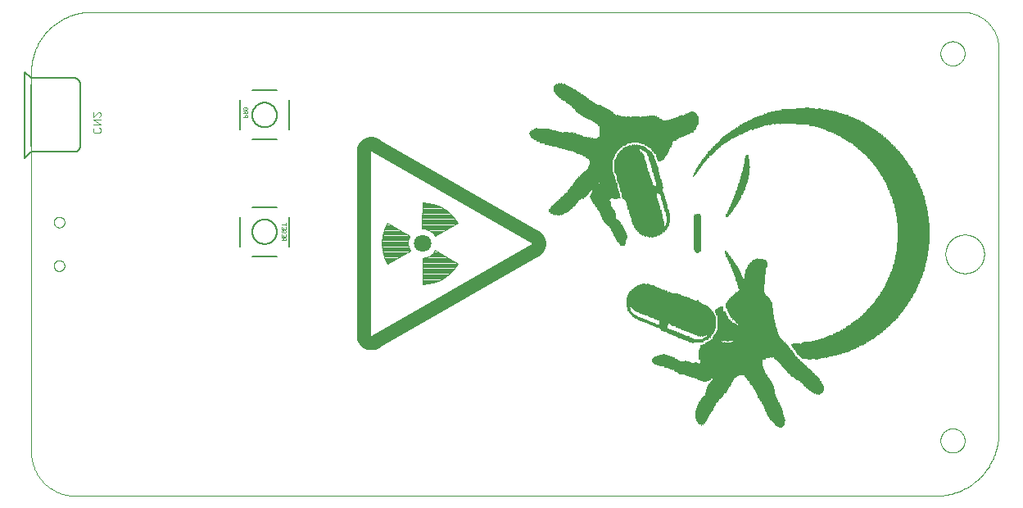
<source format=gbo>
G75*
%MOIN*%
%OFA0B0*%
%FSLAX25Y25*%
%IPPOS*%
%LPD*%
%AMOC8*
5,1,8,0,0,1.08239X$1,22.5*
%
%ADD10C,0.00000*%
%ADD11C,0.00800*%
%ADD12C,0.00100*%
%ADD13C,0.05512*%
%ADD14C,0.07087*%
%ADD15C,0.00394*%
%ADD16C,0.00500*%
%ADD17C,0.00400*%
%ADD18R,0.00200X0.00400*%
%ADD19R,0.00200X0.01800*%
%ADD20R,0.00200X0.02200*%
%ADD21R,0.00200X0.02800*%
%ADD22R,0.00200X0.03000*%
%ADD23R,0.00200X0.03200*%
%ADD24R,0.00200X0.03600*%
%ADD25R,0.00200X0.04200*%
%ADD26R,0.00200X0.04400*%
%ADD27R,0.00200X0.04600*%
%ADD28R,0.00200X0.04800*%
%ADD29R,0.00200X0.05000*%
%ADD30R,0.00200X0.05200*%
%ADD31R,0.00200X0.05400*%
%ADD32R,0.00200X0.05600*%
%ADD33R,0.00200X0.05800*%
%ADD34R,0.00200X0.06000*%
%ADD35R,0.00200X0.06200*%
%ADD36R,0.00200X0.06400*%
%ADD37R,0.00200X0.06600*%
%ADD38R,0.00200X0.01200*%
%ADD39R,0.00200X0.01400*%
%ADD40R,0.00200X0.02400*%
%ADD41R,0.00200X0.06800*%
%ADD42R,0.00200X0.03400*%
%ADD43R,0.00200X0.04000*%
%ADD44R,0.00200X0.02000*%
%ADD45R,0.00200X0.07000*%
%ADD46R,0.00200X0.07200*%
%ADD47R,0.00200X0.07400*%
%ADD48R,0.00200X0.07600*%
%ADD49R,0.00200X0.07800*%
%ADD50R,0.00200X0.08000*%
%ADD51R,0.00200X0.08200*%
%ADD52R,0.00200X0.08600*%
%ADD53R,0.00200X0.08400*%
%ADD54R,0.00200X0.08800*%
%ADD55R,0.00200X0.09000*%
%ADD56R,0.00200X0.09200*%
%ADD57R,0.00200X0.09400*%
%ADD58R,0.00200X0.09600*%
%ADD59R,0.00200X0.10000*%
%ADD60R,0.00200X0.09800*%
%ADD61R,0.00200X0.10200*%
%ADD62R,0.00200X0.10400*%
%ADD63R,0.00200X0.10600*%
%ADD64R,0.00200X0.10800*%
%ADD65R,0.00200X0.11000*%
%ADD66R,0.00200X0.11400*%
%ADD67R,0.00200X0.22200*%
%ADD68R,0.00200X0.21800*%
%ADD69R,0.00200X0.00600*%
%ADD70R,0.00200X0.21600*%
%ADD71R,0.00200X0.21400*%
%ADD72R,0.00200X0.25800*%
%ADD73R,0.00200X0.26200*%
%ADD74R,0.00200X0.26400*%
%ADD75R,0.00200X0.26800*%
%ADD76R,0.00200X0.27200*%
%ADD77R,0.00200X0.27400*%
%ADD78R,0.00200X0.27600*%
%ADD79R,0.00200X0.28000*%
%ADD80R,0.00200X0.28200*%
%ADD81R,0.00200X0.28600*%
%ADD82R,0.00200X0.29200*%
%ADD83R,0.00200X0.29800*%
%ADD84R,0.00200X0.18600*%
%ADD85R,0.00200X0.11600*%
%ADD86R,0.00200X0.32000*%
%ADD87R,0.00200X0.44200*%
%ADD88R,0.00200X0.30400*%
%ADD89R,0.00200X0.13400*%
%ADD90R,0.00200X0.44400*%
%ADD91R,0.00200X0.45400*%
%ADD92R,0.00200X0.45600*%
%ADD93R,0.00200X0.46000*%
%ADD94R,0.00200X0.46200*%
%ADD95R,0.00200X0.46400*%
%ADD96R,0.00200X0.46600*%
%ADD97R,0.00200X0.46800*%
%ADD98R,0.00200X0.47000*%
%ADD99R,0.00200X0.47200*%
%ADD100R,0.00200X0.47400*%
%ADD101R,0.00200X0.47600*%
%ADD102R,0.00200X0.36400*%
%ADD103R,0.00200X0.36000*%
%ADD104R,0.00200X0.35800*%
%ADD105R,0.00200X0.35600*%
%ADD106R,0.00200X0.35200*%
%ADD107R,0.00200X0.19200*%
%ADD108R,0.00200X0.17800*%
%ADD109R,0.00200X0.17600*%
%ADD110R,0.00200X0.16600*%
%ADD111R,0.00200X0.16200*%
%ADD112R,0.00200X0.16000*%
%ADD113R,0.00200X0.15400*%
%ADD114R,0.00200X0.15000*%
%ADD115R,0.00200X0.14600*%
%ADD116R,0.00200X0.14400*%
%ADD117R,0.00200X0.14200*%
%ADD118R,0.00200X0.11800*%
%ADD119R,0.00200X0.14000*%
%ADD120R,0.00200X0.12800*%
%ADD121R,0.00200X0.13600*%
%ADD122R,0.00200X0.14800*%
%ADD123R,0.00200X0.00200*%
%ADD124R,0.00200X0.13200*%
%ADD125R,0.00200X0.16400*%
%ADD126R,0.00200X0.17200*%
%ADD127R,0.00200X0.12600*%
%ADD128R,0.00200X0.19400*%
%ADD129R,0.00200X0.12200*%
%ADD130R,0.00200X0.20200*%
%ADD131R,0.00200X0.20400*%
%ADD132R,0.00200X0.12000*%
%ADD133R,0.00200X0.21000*%
%ADD134R,0.00200X0.22600*%
%ADD135R,0.00200X0.11200*%
%ADD136R,0.00200X0.23000*%
%ADD137R,0.00200X0.00800*%
%ADD138R,0.00200X0.24000*%
%ADD139R,0.00200X0.03800*%
%ADD140R,0.00200X0.25000*%
%ADD141R,0.00200X0.26000*%
%ADD142R,0.00200X0.27800*%
%ADD143R,0.00200X0.29000*%
%ADD144R,0.00200X0.01600*%
%ADD145R,0.00200X0.29600*%
%ADD146R,0.00200X0.31200*%
%ADD147R,0.00200X0.32400*%
%ADD148R,0.00200X0.32800*%
%ADD149R,0.00200X0.33400*%
%ADD150R,0.00200X0.33800*%
%ADD151R,0.00200X0.34200*%
%ADD152R,0.00200X0.34600*%
%ADD153R,0.00200X0.34800*%
%ADD154R,0.00200X0.35000*%
%ADD155R,0.00200X0.35400*%
%ADD156R,0.00200X0.01000*%
%ADD157R,0.00200X0.33600*%
%ADD158R,0.00200X0.33200*%
%ADD159R,0.00200X0.12400*%
%ADD160R,0.00200X0.33000*%
%ADD161R,0.00200X0.32200*%
%ADD162R,0.00200X0.30800*%
%ADD163R,0.00200X0.29400*%
%ADD164R,0.00200X0.28800*%
%ADD165R,0.00200X0.13000*%
%ADD166R,0.00200X0.26600*%
%ADD167R,0.00200X0.25600*%
%ADD168R,0.00200X0.25200*%
%ADD169R,0.00200X0.24800*%
%ADD170R,0.00200X0.24200*%
%ADD171R,0.00200X0.23600*%
%ADD172R,0.00200X0.13800*%
%ADD173R,0.00200X0.22400*%
%ADD174R,0.00200X0.21200*%
%ADD175R,0.00200X0.15200*%
%ADD176R,0.00200X0.02600*%
%ADD177R,0.00200X0.15600*%
%ADD178R,0.00200X0.16800*%
%ADD179R,0.00200X0.17000*%
%ADD180R,0.00200X0.17400*%
%ADD181R,0.00200X0.18000*%
%ADD182R,0.00200X0.15800*%
%ADD183R,0.00200X0.30600*%
%ADD184R,0.00200X0.38000*%
%ADD185R,0.00200X0.37800*%
%ADD186R,0.00200X0.37600*%
%ADD187R,0.00200X0.37400*%
%ADD188R,0.00200X0.37200*%
%ADD189R,0.00200X0.37000*%
%ADD190R,0.00200X0.22800*%
%ADD191R,0.00200X0.20800*%
%ADD192R,0.00200X0.19800*%
%ADD193R,0.00200X0.18800*%
%ADD194R,0.00200X0.22000*%
%ADD195R,0.00200X0.34400*%
%ADD196R,0.00200X0.42200*%
%ADD197R,0.00200X0.41800*%
%ADD198R,0.00200X0.41400*%
%ADD199R,0.00200X0.41200*%
%ADD200R,0.00200X0.40400*%
%ADD201R,0.00200X0.40000*%
%ADD202R,0.00200X0.39600*%
%ADD203R,0.00200X0.40200*%
%ADD204R,0.00200X0.42400*%
%ADD205R,0.00200X0.43800*%
%ADD206R,0.00200X0.44600*%
%ADD207R,0.00200X0.45200*%
%ADD208R,0.00200X0.48400*%
%ADD209R,0.00200X0.48800*%
%ADD210R,0.00200X0.49200*%
%ADD211R,0.00200X0.49800*%
%ADD212R,0.00200X0.50000*%
%ADD213R,0.00200X0.50800*%
%ADD214R,0.00200X0.51000*%
%ADD215R,0.00200X0.51200*%
%ADD216R,0.00200X0.51800*%
%ADD217R,0.00200X0.52400*%
%ADD218R,0.00200X0.52600*%
%ADD219R,0.00200X0.53000*%
%ADD220R,0.00200X0.53600*%
%ADD221R,0.00200X0.53800*%
%ADD222R,0.00200X0.54600*%
%ADD223R,0.00200X0.55000*%
%ADD224R,0.00200X0.55600*%
%ADD225R,0.00200X0.56400*%
%ADD226R,0.00200X0.56600*%
%ADD227R,0.00200X0.56800*%
%ADD228R,0.00200X0.57200*%
%ADD229R,0.00200X0.57400*%
%ADD230R,0.00200X0.57800*%
%ADD231R,0.00200X0.58000*%
%ADD232R,0.00200X0.58600*%
%ADD233R,0.00200X0.41600*%
%ADD234R,0.00200X0.41000*%
%ADD235R,0.00200X0.40800*%
%ADD236R,0.00200X0.40600*%
%ADD237R,0.00200X0.27000*%
%ADD238R,0.00200X0.25400*%
%ADD239R,0.00200X0.24600*%
%ADD240R,0.00200X0.24400*%
%ADD241R,0.00200X0.18200*%
%ADD242R,0.00200X0.18400*%
%ADD243R,0.00200X0.20000*%
%ADD244R,0.00200X0.20600*%
%ADD245R,0.00200X0.23200*%
%ADD246R,0.00200X0.23400*%
%ADD247R,0.00200X0.67600*%
%ADD248R,0.00200X0.67000*%
%ADD249R,0.00200X0.66600*%
%ADD250R,0.00200X0.65800*%
%ADD251R,0.00200X0.65600*%
%ADD252R,0.00200X0.64800*%
%ADD253R,0.00200X0.64200*%
%ADD254R,0.00200X0.63600*%
%ADD255R,0.00200X0.63200*%
%ADD256R,0.00200X0.62600*%
%ADD257R,0.00200X0.62000*%
%ADD258R,0.00200X0.61400*%
%ADD259R,0.00200X0.61200*%
%ADD260R,0.00200X0.60200*%
%ADD261R,0.00200X0.60000*%
%ADD262R,0.00200X0.59600*%
%ADD263R,0.00200X0.58200*%
%ADD264R,0.00200X0.57600*%
%ADD265R,0.00200X0.56000*%
%ADD266R,0.00200X0.54800*%
%ADD267R,0.00200X0.54000*%
%ADD268R,0.00200X0.51400*%
%ADD269R,0.00200X0.50400*%
%ADD270R,0.00200X0.49600*%
%ADD271R,0.00200X0.48600*%
%ADD272R,0.00200X0.48200*%
%ADD273R,0.00200X0.47800*%
%ADD274R,0.00200X0.45000*%
%ADD275R,0.00200X0.43200*%
%ADD276R,0.00200X0.42800*%
%ADD277R,0.00200X0.38800*%
%ADD278R,0.00200X0.38200*%
%ADD279R,0.00200X0.36800*%
%ADD280R,0.00200X0.28400*%
D10*
X0059668Y0031528D02*
X0059668Y0185867D01*
X0059675Y0186459D01*
X0059697Y0187050D01*
X0059732Y0187640D01*
X0059782Y0188230D01*
X0059847Y0188818D01*
X0059925Y0189405D01*
X0060017Y0189989D01*
X0060124Y0190571D01*
X0060245Y0191150D01*
X0060379Y0191726D01*
X0060528Y0192299D01*
X0060690Y0192868D01*
X0060866Y0193433D01*
X0061056Y0193993D01*
X0061259Y0194549D01*
X0061475Y0195099D01*
X0061705Y0195645D01*
X0061948Y0196184D01*
X0062204Y0196718D01*
X0062472Y0197245D01*
X0062754Y0197765D01*
X0063047Y0198279D01*
X0063353Y0198785D01*
X0063672Y0199284D01*
X0064002Y0199775D01*
X0064344Y0200258D01*
X0064697Y0200732D01*
X0065062Y0201198D01*
X0065438Y0201655D01*
X0065825Y0202102D01*
X0066223Y0202540D01*
X0066631Y0202969D01*
X0067049Y0203387D01*
X0067478Y0203795D01*
X0067916Y0204193D01*
X0068363Y0204580D01*
X0068820Y0204956D01*
X0069286Y0205321D01*
X0069760Y0205674D01*
X0070243Y0206016D01*
X0070734Y0206346D01*
X0071233Y0206665D01*
X0071739Y0206971D01*
X0072253Y0207264D01*
X0072773Y0207546D01*
X0073300Y0207814D01*
X0073834Y0208070D01*
X0074373Y0208313D01*
X0074919Y0208543D01*
X0075469Y0208759D01*
X0076025Y0208962D01*
X0076585Y0209152D01*
X0077150Y0209328D01*
X0077719Y0209490D01*
X0078292Y0209639D01*
X0078868Y0209773D01*
X0079447Y0209894D01*
X0080029Y0210001D01*
X0080613Y0210093D01*
X0081200Y0210171D01*
X0081788Y0210236D01*
X0082378Y0210286D01*
X0082968Y0210321D01*
X0083559Y0210343D01*
X0084151Y0210350D01*
X0438667Y0210350D01*
X0438667Y0210351D02*
X0439022Y0210347D01*
X0439377Y0210334D01*
X0439732Y0210312D01*
X0440086Y0210282D01*
X0440439Y0210244D01*
X0440791Y0210197D01*
X0441142Y0210141D01*
X0441492Y0210077D01*
X0441839Y0210005D01*
X0442185Y0209924D01*
X0442529Y0209835D01*
X0442871Y0209737D01*
X0443210Y0209631D01*
X0443547Y0209518D01*
X0443880Y0209396D01*
X0444211Y0209266D01*
X0444538Y0209128D01*
X0444862Y0208982D01*
X0445183Y0208828D01*
X0445499Y0208667D01*
X0445812Y0208498D01*
X0446120Y0208322D01*
X0446424Y0208138D01*
X0446724Y0207947D01*
X0447019Y0207749D01*
X0447309Y0207543D01*
X0447594Y0207331D01*
X0447873Y0207112D01*
X0448147Y0206886D01*
X0448416Y0206654D01*
X0448679Y0206415D01*
X0448937Y0206170D01*
X0449188Y0205919D01*
X0449433Y0205661D01*
X0449672Y0205398D01*
X0449904Y0205129D01*
X0450130Y0204855D01*
X0450349Y0204576D01*
X0450561Y0204291D01*
X0450767Y0204001D01*
X0450965Y0203706D01*
X0451156Y0203406D01*
X0451340Y0203102D01*
X0451516Y0202794D01*
X0451685Y0202481D01*
X0451846Y0202165D01*
X0452000Y0201844D01*
X0452146Y0201520D01*
X0452284Y0201193D01*
X0452414Y0200862D01*
X0452536Y0200529D01*
X0452649Y0200192D01*
X0452755Y0199853D01*
X0452853Y0199511D01*
X0452942Y0199167D01*
X0453023Y0198821D01*
X0453095Y0198474D01*
X0453159Y0198124D01*
X0453215Y0197773D01*
X0453262Y0197421D01*
X0453300Y0197068D01*
X0453330Y0196714D01*
X0453352Y0196359D01*
X0453365Y0196004D01*
X0453369Y0195649D01*
X0453369Y0039112D01*
X0429747Y0036000D02*
X0429749Y0036140D01*
X0429755Y0036280D01*
X0429765Y0036419D01*
X0429779Y0036558D01*
X0429797Y0036697D01*
X0429818Y0036835D01*
X0429844Y0036973D01*
X0429874Y0037110D01*
X0429907Y0037245D01*
X0429945Y0037380D01*
X0429986Y0037514D01*
X0430031Y0037647D01*
X0430079Y0037778D01*
X0430132Y0037907D01*
X0430188Y0038036D01*
X0430247Y0038162D01*
X0430311Y0038287D01*
X0430377Y0038410D01*
X0430448Y0038531D01*
X0430521Y0038650D01*
X0430598Y0038767D01*
X0430679Y0038881D01*
X0430762Y0038993D01*
X0430849Y0039103D01*
X0430939Y0039211D01*
X0431031Y0039315D01*
X0431127Y0039417D01*
X0431226Y0039517D01*
X0431327Y0039613D01*
X0431431Y0039707D01*
X0431538Y0039797D01*
X0431647Y0039884D01*
X0431759Y0039969D01*
X0431873Y0040050D01*
X0431989Y0040128D01*
X0432107Y0040202D01*
X0432228Y0040273D01*
X0432350Y0040341D01*
X0432475Y0040405D01*
X0432601Y0040466D01*
X0432728Y0040523D01*
X0432858Y0040576D01*
X0432989Y0040626D01*
X0433121Y0040671D01*
X0433254Y0040714D01*
X0433389Y0040752D01*
X0433524Y0040786D01*
X0433661Y0040817D01*
X0433798Y0040844D01*
X0433936Y0040866D01*
X0434075Y0040885D01*
X0434214Y0040900D01*
X0434353Y0040911D01*
X0434493Y0040918D01*
X0434633Y0040921D01*
X0434773Y0040920D01*
X0434913Y0040915D01*
X0435052Y0040906D01*
X0435192Y0040893D01*
X0435331Y0040876D01*
X0435469Y0040855D01*
X0435607Y0040831D01*
X0435744Y0040802D01*
X0435880Y0040770D01*
X0436015Y0040733D01*
X0436149Y0040693D01*
X0436282Y0040649D01*
X0436413Y0040601D01*
X0436543Y0040550D01*
X0436672Y0040495D01*
X0436799Y0040436D01*
X0436924Y0040373D01*
X0437047Y0040308D01*
X0437169Y0040238D01*
X0437288Y0040165D01*
X0437406Y0040089D01*
X0437521Y0040010D01*
X0437634Y0039927D01*
X0437744Y0039841D01*
X0437852Y0039752D01*
X0437957Y0039660D01*
X0438060Y0039565D01*
X0438160Y0039467D01*
X0438257Y0039367D01*
X0438351Y0039263D01*
X0438443Y0039157D01*
X0438531Y0039049D01*
X0438616Y0038938D01*
X0438698Y0038824D01*
X0438777Y0038708D01*
X0438852Y0038591D01*
X0438924Y0038471D01*
X0438992Y0038349D01*
X0439057Y0038225D01*
X0439119Y0038099D01*
X0439177Y0037972D01*
X0439231Y0037843D01*
X0439282Y0037712D01*
X0439328Y0037580D01*
X0439371Y0037447D01*
X0439411Y0037313D01*
X0439446Y0037178D01*
X0439478Y0037041D01*
X0439505Y0036904D01*
X0439529Y0036766D01*
X0439549Y0036628D01*
X0439565Y0036489D01*
X0439577Y0036349D01*
X0439585Y0036210D01*
X0439589Y0036070D01*
X0439589Y0035930D01*
X0439585Y0035790D01*
X0439577Y0035651D01*
X0439565Y0035511D01*
X0439549Y0035372D01*
X0439529Y0035234D01*
X0439505Y0035096D01*
X0439478Y0034959D01*
X0439446Y0034822D01*
X0439411Y0034687D01*
X0439371Y0034553D01*
X0439328Y0034420D01*
X0439282Y0034288D01*
X0439231Y0034157D01*
X0439177Y0034028D01*
X0439119Y0033901D01*
X0439057Y0033775D01*
X0438992Y0033651D01*
X0438924Y0033529D01*
X0438852Y0033409D01*
X0438777Y0033292D01*
X0438698Y0033176D01*
X0438616Y0033062D01*
X0438531Y0032951D01*
X0438443Y0032843D01*
X0438351Y0032737D01*
X0438257Y0032633D01*
X0438160Y0032533D01*
X0438060Y0032435D01*
X0437957Y0032340D01*
X0437852Y0032248D01*
X0437744Y0032159D01*
X0437634Y0032073D01*
X0437521Y0031990D01*
X0437406Y0031911D01*
X0437288Y0031835D01*
X0437169Y0031762D01*
X0437047Y0031692D01*
X0436924Y0031627D01*
X0436799Y0031564D01*
X0436672Y0031505D01*
X0436543Y0031450D01*
X0436413Y0031399D01*
X0436282Y0031351D01*
X0436149Y0031307D01*
X0436015Y0031267D01*
X0435880Y0031230D01*
X0435744Y0031198D01*
X0435607Y0031169D01*
X0435469Y0031145D01*
X0435331Y0031124D01*
X0435192Y0031107D01*
X0435052Y0031094D01*
X0434913Y0031085D01*
X0434773Y0031080D01*
X0434633Y0031079D01*
X0434493Y0031082D01*
X0434353Y0031089D01*
X0434214Y0031100D01*
X0434075Y0031115D01*
X0433936Y0031134D01*
X0433798Y0031156D01*
X0433661Y0031183D01*
X0433524Y0031214D01*
X0433389Y0031248D01*
X0433254Y0031286D01*
X0433121Y0031329D01*
X0432989Y0031374D01*
X0432858Y0031424D01*
X0432728Y0031477D01*
X0432601Y0031534D01*
X0432475Y0031595D01*
X0432350Y0031659D01*
X0432228Y0031727D01*
X0432107Y0031798D01*
X0431989Y0031872D01*
X0431873Y0031950D01*
X0431759Y0032031D01*
X0431647Y0032116D01*
X0431538Y0032203D01*
X0431431Y0032293D01*
X0431327Y0032387D01*
X0431226Y0032483D01*
X0431127Y0032583D01*
X0431031Y0032685D01*
X0430939Y0032789D01*
X0430849Y0032897D01*
X0430762Y0033007D01*
X0430679Y0033119D01*
X0430598Y0033233D01*
X0430521Y0033350D01*
X0430448Y0033469D01*
X0430377Y0033590D01*
X0430311Y0033713D01*
X0430247Y0033838D01*
X0430188Y0033964D01*
X0430132Y0034093D01*
X0430079Y0034222D01*
X0430031Y0034353D01*
X0429986Y0034486D01*
X0429945Y0034620D01*
X0429907Y0034755D01*
X0429874Y0034890D01*
X0429844Y0035027D01*
X0429818Y0035165D01*
X0429797Y0035303D01*
X0429779Y0035442D01*
X0429765Y0035581D01*
X0429755Y0035720D01*
X0429749Y0035860D01*
X0429747Y0036000D01*
X0427757Y0013500D02*
X0428376Y0013507D01*
X0428994Y0013530D01*
X0429612Y0013567D01*
X0430229Y0013620D01*
X0430844Y0013687D01*
X0431458Y0013769D01*
X0432069Y0013866D01*
X0432678Y0013977D01*
X0433284Y0014103D01*
X0433886Y0014244D01*
X0434485Y0014400D01*
X0435081Y0014569D01*
X0435672Y0014754D01*
X0436258Y0014952D01*
X0436839Y0015164D01*
X0437415Y0015391D01*
X0437986Y0015631D01*
X0438550Y0015885D01*
X0439108Y0016153D01*
X0439659Y0016434D01*
X0440204Y0016728D01*
X0440741Y0017035D01*
X0441271Y0017355D01*
X0441793Y0017688D01*
X0442306Y0018034D01*
X0442811Y0018391D01*
X0443308Y0018761D01*
X0443795Y0019143D01*
X0444273Y0019536D01*
X0444741Y0019941D01*
X0445199Y0020357D01*
X0445647Y0020784D01*
X0446085Y0021222D01*
X0446512Y0021670D01*
X0446928Y0022128D01*
X0447333Y0022596D01*
X0447726Y0023074D01*
X0448108Y0023561D01*
X0448478Y0024058D01*
X0448835Y0024563D01*
X0449181Y0025076D01*
X0449514Y0025598D01*
X0449834Y0026128D01*
X0450141Y0026665D01*
X0450435Y0027210D01*
X0450716Y0027761D01*
X0450984Y0028319D01*
X0451238Y0028883D01*
X0451478Y0029454D01*
X0451705Y0030030D01*
X0451917Y0030611D01*
X0452115Y0031197D01*
X0452300Y0031788D01*
X0452469Y0032384D01*
X0452625Y0032983D01*
X0452766Y0033585D01*
X0452892Y0034191D01*
X0453003Y0034800D01*
X0453100Y0035411D01*
X0453182Y0036025D01*
X0453249Y0036640D01*
X0453302Y0037257D01*
X0453339Y0037875D01*
X0453362Y0038493D01*
X0453369Y0039112D01*
X0427757Y0013500D02*
X0077695Y0013500D01*
X0077259Y0013505D01*
X0076824Y0013521D01*
X0076389Y0013547D01*
X0075955Y0013584D01*
X0075522Y0013631D01*
X0075090Y0013689D01*
X0074660Y0013757D01*
X0074231Y0013836D01*
X0073805Y0013925D01*
X0073381Y0014024D01*
X0072959Y0014133D01*
X0072540Y0014253D01*
X0072124Y0014382D01*
X0071711Y0014522D01*
X0071302Y0014672D01*
X0070897Y0014831D01*
X0070495Y0015000D01*
X0070098Y0015179D01*
X0069705Y0015367D01*
X0069317Y0015565D01*
X0068934Y0015772D01*
X0068556Y0015988D01*
X0068183Y0016214D01*
X0067815Y0016448D01*
X0067454Y0016691D01*
X0067098Y0016943D01*
X0066749Y0017203D01*
X0066406Y0017472D01*
X0066070Y0017749D01*
X0065740Y0018034D01*
X0065418Y0018327D01*
X0065102Y0018627D01*
X0064794Y0018935D01*
X0064494Y0019251D01*
X0064201Y0019573D01*
X0063916Y0019903D01*
X0063639Y0020239D01*
X0063370Y0020582D01*
X0063110Y0020931D01*
X0062858Y0021287D01*
X0062615Y0021648D01*
X0062381Y0022016D01*
X0062155Y0022389D01*
X0061939Y0022767D01*
X0061732Y0023150D01*
X0061534Y0023538D01*
X0061346Y0023931D01*
X0061167Y0024328D01*
X0060998Y0024730D01*
X0060839Y0025135D01*
X0060689Y0025544D01*
X0060549Y0025957D01*
X0060420Y0026373D01*
X0060300Y0026792D01*
X0060191Y0027214D01*
X0060092Y0027638D01*
X0060003Y0028064D01*
X0059924Y0028493D01*
X0059856Y0028923D01*
X0059798Y0029355D01*
X0059751Y0029788D01*
X0059714Y0030222D01*
X0059688Y0030657D01*
X0059672Y0031092D01*
X0059667Y0031528D01*
X0068920Y0107142D02*
X0068922Y0107235D01*
X0068928Y0107327D01*
X0068938Y0107419D01*
X0068952Y0107510D01*
X0068969Y0107601D01*
X0068991Y0107691D01*
X0069016Y0107780D01*
X0069045Y0107868D01*
X0069078Y0107954D01*
X0069115Y0108039D01*
X0069155Y0108123D01*
X0069199Y0108204D01*
X0069246Y0108284D01*
X0069296Y0108362D01*
X0069350Y0108437D01*
X0069407Y0108510D01*
X0069467Y0108580D01*
X0069530Y0108648D01*
X0069596Y0108713D01*
X0069664Y0108775D01*
X0069735Y0108835D01*
X0069809Y0108891D01*
X0069885Y0108944D01*
X0069963Y0108993D01*
X0070043Y0109040D01*
X0070125Y0109082D01*
X0070209Y0109122D01*
X0070294Y0109157D01*
X0070381Y0109189D01*
X0070469Y0109218D01*
X0070558Y0109242D01*
X0070648Y0109263D01*
X0070739Y0109279D01*
X0070831Y0109292D01*
X0070923Y0109301D01*
X0071016Y0109306D01*
X0071108Y0109307D01*
X0071201Y0109304D01*
X0071293Y0109297D01*
X0071385Y0109286D01*
X0071476Y0109271D01*
X0071567Y0109253D01*
X0071657Y0109230D01*
X0071745Y0109204D01*
X0071833Y0109174D01*
X0071919Y0109140D01*
X0072003Y0109103D01*
X0072086Y0109061D01*
X0072167Y0109017D01*
X0072247Y0108969D01*
X0072324Y0108918D01*
X0072398Y0108863D01*
X0072471Y0108805D01*
X0072541Y0108745D01*
X0072608Y0108681D01*
X0072672Y0108615D01*
X0072734Y0108545D01*
X0072792Y0108474D01*
X0072847Y0108400D01*
X0072899Y0108323D01*
X0072948Y0108244D01*
X0072994Y0108164D01*
X0073036Y0108081D01*
X0073074Y0107997D01*
X0073109Y0107911D01*
X0073140Y0107824D01*
X0073167Y0107736D01*
X0073190Y0107646D01*
X0073210Y0107556D01*
X0073226Y0107465D01*
X0073238Y0107373D01*
X0073246Y0107281D01*
X0073250Y0107188D01*
X0073250Y0107096D01*
X0073246Y0107003D01*
X0073238Y0106911D01*
X0073226Y0106819D01*
X0073210Y0106728D01*
X0073190Y0106638D01*
X0073167Y0106548D01*
X0073140Y0106460D01*
X0073109Y0106373D01*
X0073074Y0106287D01*
X0073036Y0106203D01*
X0072994Y0106120D01*
X0072948Y0106040D01*
X0072899Y0105961D01*
X0072847Y0105884D01*
X0072792Y0105810D01*
X0072734Y0105739D01*
X0072672Y0105669D01*
X0072608Y0105603D01*
X0072541Y0105539D01*
X0072471Y0105479D01*
X0072398Y0105421D01*
X0072324Y0105366D01*
X0072247Y0105315D01*
X0072168Y0105267D01*
X0072086Y0105223D01*
X0072003Y0105181D01*
X0071919Y0105144D01*
X0071833Y0105110D01*
X0071745Y0105080D01*
X0071657Y0105054D01*
X0071567Y0105031D01*
X0071476Y0105013D01*
X0071385Y0104998D01*
X0071293Y0104987D01*
X0071201Y0104980D01*
X0071108Y0104977D01*
X0071016Y0104978D01*
X0070923Y0104983D01*
X0070831Y0104992D01*
X0070739Y0105005D01*
X0070648Y0105021D01*
X0070558Y0105042D01*
X0070469Y0105066D01*
X0070381Y0105095D01*
X0070294Y0105127D01*
X0070209Y0105162D01*
X0070125Y0105202D01*
X0070043Y0105244D01*
X0069963Y0105291D01*
X0069885Y0105340D01*
X0069809Y0105393D01*
X0069735Y0105449D01*
X0069664Y0105509D01*
X0069596Y0105571D01*
X0069530Y0105636D01*
X0069467Y0105704D01*
X0069407Y0105774D01*
X0069350Y0105847D01*
X0069296Y0105922D01*
X0069246Y0106000D01*
X0069199Y0106080D01*
X0069155Y0106161D01*
X0069115Y0106245D01*
X0069078Y0106330D01*
X0069045Y0106416D01*
X0069016Y0106504D01*
X0068991Y0106593D01*
X0068969Y0106683D01*
X0068952Y0106774D01*
X0068938Y0106865D01*
X0068928Y0106957D01*
X0068922Y0107049D01*
X0068920Y0107142D01*
X0068920Y0124858D02*
X0068922Y0124951D01*
X0068928Y0125043D01*
X0068938Y0125135D01*
X0068952Y0125226D01*
X0068969Y0125317D01*
X0068991Y0125407D01*
X0069016Y0125496D01*
X0069045Y0125584D01*
X0069078Y0125670D01*
X0069115Y0125755D01*
X0069155Y0125839D01*
X0069199Y0125920D01*
X0069246Y0126000D01*
X0069296Y0126078D01*
X0069350Y0126153D01*
X0069407Y0126226D01*
X0069467Y0126296D01*
X0069530Y0126364D01*
X0069596Y0126429D01*
X0069664Y0126491D01*
X0069735Y0126551D01*
X0069809Y0126607D01*
X0069885Y0126660D01*
X0069963Y0126709D01*
X0070043Y0126756D01*
X0070125Y0126798D01*
X0070209Y0126838D01*
X0070294Y0126873D01*
X0070381Y0126905D01*
X0070469Y0126934D01*
X0070558Y0126958D01*
X0070648Y0126979D01*
X0070739Y0126995D01*
X0070831Y0127008D01*
X0070923Y0127017D01*
X0071016Y0127022D01*
X0071108Y0127023D01*
X0071201Y0127020D01*
X0071293Y0127013D01*
X0071385Y0127002D01*
X0071476Y0126987D01*
X0071567Y0126969D01*
X0071657Y0126946D01*
X0071745Y0126920D01*
X0071833Y0126890D01*
X0071919Y0126856D01*
X0072003Y0126819D01*
X0072086Y0126777D01*
X0072167Y0126733D01*
X0072247Y0126685D01*
X0072324Y0126634D01*
X0072398Y0126579D01*
X0072471Y0126521D01*
X0072541Y0126461D01*
X0072608Y0126397D01*
X0072672Y0126331D01*
X0072734Y0126261D01*
X0072792Y0126190D01*
X0072847Y0126116D01*
X0072899Y0126039D01*
X0072948Y0125960D01*
X0072994Y0125880D01*
X0073036Y0125797D01*
X0073074Y0125713D01*
X0073109Y0125627D01*
X0073140Y0125540D01*
X0073167Y0125452D01*
X0073190Y0125362D01*
X0073210Y0125272D01*
X0073226Y0125181D01*
X0073238Y0125089D01*
X0073246Y0124997D01*
X0073250Y0124904D01*
X0073250Y0124812D01*
X0073246Y0124719D01*
X0073238Y0124627D01*
X0073226Y0124535D01*
X0073210Y0124444D01*
X0073190Y0124354D01*
X0073167Y0124264D01*
X0073140Y0124176D01*
X0073109Y0124089D01*
X0073074Y0124003D01*
X0073036Y0123919D01*
X0072994Y0123836D01*
X0072948Y0123756D01*
X0072899Y0123677D01*
X0072847Y0123600D01*
X0072792Y0123526D01*
X0072734Y0123455D01*
X0072672Y0123385D01*
X0072608Y0123319D01*
X0072541Y0123255D01*
X0072471Y0123195D01*
X0072398Y0123137D01*
X0072324Y0123082D01*
X0072247Y0123031D01*
X0072168Y0122983D01*
X0072086Y0122939D01*
X0072003Y0122897D01*
X0071919Y0122860D01*
X0071833Y0122826D01*
X0071745Y0122796D01*
X0071657Y0122770D01*
X0071567Y0122747D01*
X0071476Y0122729D01*
X0071385Y0122714D01*
X0071293Y0122703D01*
X0071201Y0122696D01*
X0071108Y0122693D01*
X0071016Y0122694D01*
X0070923Y0122699D01*
X0070831Y0122708D01*
X0070739Y0122721D01*
X0070648Y0122737D01*
X0070558Y0122758D01*
X0070469Y0122782D01*
X0070381Y0122811D01*
X0070294Y0122843D01*
X0070209Y0122878D01*
X0070125Y0122918D01*
X0070043Y0122960D01*
X0069963Y0123007D01*
X0069885Y0123056D01*
X0069809Y0123109D01*
X0069735Y0123165D01*
X0069664Y0123225D01*
X0069596Y0123287D01*
X0069530Y0123352D01*
X0069467Y0123420D01*
X0069407Y0123490D01*
X0069350Y0123563D01*
X0069296Y0123638D01*
X0069246Y0123716D01*
X0069199Y0123796D01*
X0069155Y0123877D01*
X0069115Y0123961D01*
X0069078Y0124046D01*
X0069045Y0124132D01*
X0069016Y0124220D01*
X0068991Y0124309D01*
X0068969Y0124399D01*
X0068952Y0124490D01*
X0068938Y0124581D01*
X0068928Y0124673D01*
X0068922Y0124765D01*
X0068920Y0124858D01*
X0429747Y0193500D02*
X0429749Y0193640D01*
X0429755Y0193780D01*
X0429765Y0193919D01*
X0429779Y0194058D01*
X0429797Y0194197D01*
X0429818Y0194335D01*
X0429844Y0194473D01*
X0429874Y0194610D01*
X0429907Y0194745D01*
X0429945Y0194880D01*
X0429986Y0195014D01*
X0430031Y0195147D01*
X0430079Y0195278D01*
X0430132Y0195407D01*
X0430188Y0195536D01*
X0430247Y0195662D01*
X0430311Y0195787D01*
X0430377Y0195910D01*
X0430448Y0196031D01*
X0430521Y0196150D01*
X0430598Y0196267D01*
X0430679Y0196381D01*
X0430762Y0196493D01*
X0430849Y0196603D01*
X0430939Y0196711D01*
X0431031Y0196815D01*
X0431127Y0196917D01*
X0431226Y0197017D01*
X0431327Y0197113D01*
X0431431Y0197207D01*
X0431538Y0197297D01*
X0431647Y0197384D01*
X0431759Y0197469D01*
X0431873Y0197550D01*
X0431989Y0197628D01*
X0432107Y0197702D01*
X0432228Y0197773D01*
X0432350Y0197841D01*
X0432475Y0197905D01*
X0432601Y0197966D01*
X0432728Y0198023D01*
X0432858Y0198076D01*
X0432989Y0198126D01*
X0433121Y0198171D01*
X0433254Y0198214D01*
X0433389Y0198252D01*
X0433524Y0198286D01*
X0433661Y0198317D01*
X0433798Y0198344D01*
X0433936Y0198366D01*
X0434075Y0198385D01*
X0434214Y0198400D01*
X0434353Y0198411D01*
X0434493Y0198418D01*
X0434633Y0198421D01*
X0434773Y0198420D01*
X0434913Y0198415D01*
X0435052Y0198406D01*
X0435192Y0198393D01*
X0435331Y0198376D01*
X0435469Y0198355D01*
X0435607Y0198331D01*
X0435744Y0198302D01*
X0435880Y0198270D01*
X0436015Y0198233D01*
X0436149Y0198193D01*
X0436282Y0198149D01*
X0436413Y0198101D01*
X0436543Y0198050D01*
X0436672Y0197995D01*
X0436799Y0197936D01*
X0436924Y0197873D01*
X0437047Y0197808D01*
X0437169Y0197738D01*
X0437288Y0197665D01*
X0437406Y0197589D01*
X0437521Y0197510D01*
X0437634Y0197427D01*
X0437744Y0197341D01*
X0437852Y0197252D01*
X0437957Y0197160D01*
X0438060Y0197065D01*
X0438160Y0196967D01*
X0438257Y0196867D01*
X0438351Y0196763D01*
X0438443Y0196657D01*
X0438531Y0196549D01*
X0438616Y0196438D01*
X0438698Y0196324D01*
X0438777Y0196208D01*
X0438852Y0196091D01*
X0438924Y0195971D01*
X0438992Y0195849D01*
X0439057Y0195725D01*
X0439119Y0195599D01*
X0439177Y0195472D01*
X0439231Y0195343D01*
X0439282Y0195212D01*
X0439328Y0195080D01*
X0439371Y0194947D01*
X0439411Y0194813D01*
X0439446Y0194678D01*
X0439478Y0194541D01*
X0439505Y0194404D01*
X0439529Y0194266D01*
X0439549Y0194128D01*
X0439565Y0193989D01*
X0439577Y0193849D01*
X0439585Y0193710D01*
X0439589Y0193570D01*
X0439589Y0193430D01*
X0439585Y0193290D01*
X0439577Y0193151D01*
X0439565Y0193011D01*
X0439549Y0192872D01*
X0439529Y0192734D01*
X0439505Y0192596D01*
X0439478Y0192459D01*
X0439446Y0192322D01*
X0439411Y0192187D01*
X0439371Y0192053D01*
X0439328Y0191920D01*
X0439282Y0191788D01*
X0439231Y0191657D01*
X0439177Y0191528D01*
X0439119Y0191401D01*
X0439057Y0191275D01*
X0438992Y0191151D01*
X0438924Y0191029D01*
X0438852Y0190909D01*
X0438777Y0190792D01*
X0438698Y0190676D01*
X0438616Y0190562D01*
X0438531Y0190451D01*
X0438443Y0190343D01*
X0438351Y0190237D01*
X0438257Y0190133D01*
X0438160Y0190033D01*
X0438060Y0189935D01*
X0437957Y0189840D01*
X0437852Y0189748D01*
X0437744Y0189659D01*
X0437634Y0189573D01*
X0437521Y0189490D01*
X0437406Y0189411D01*
X0437288Y0189335D01*
X0437169Y0189262D01*
X0437047Y0189192D01*
X0436924Y0189127D01*
X0436799Y0189064D01*
X0436672Y0189005D01*
X0436543Y0188950D01*
X0436413Y0188899D01*
X0436282Y0188851D01*
X0436149Y0188807D01*
X0436015Y0188767D01*
X0435880Y0188730D01*
X0435744Y0188698D01*
X0435607Y0188669D01*
X0435469Y0188645D01*
X0435331Y0188624D01*
X0435192Y0188607D01*
X0435052Y0188594D01*
X0434913Y0188585D01*
X0434773Y0188580D01*
X0434633Y0188579D01*
X0434493Y0188582D01*
X0434353Y0188589D01*
X0434214Y0188600D01*
X0434075Y0188615D01*
X0433936Y0188634D01*
X0433798Y0188656D01*
X0433661Y0188683D01*
X0433524Y0188714D01*
X0433389Y0188748D01*
X0433254Y0188786D01*
X0433121Y0188829D01*
X0432989Y0188874D01*
X0432858Y0188924D01*
X0432728Y0188977D01*
X0432601Y0189034D01*
X0432475Y0189095D01*
X0432350Y0189159D01*
X0432228Y0189227D01*
X0432107Y0189298D01*
X0431989Y0189372D01*
X0431873Y0189450D01*
X0431759Y0189531D01*
X0431647Y0189616D01*
X0431538Y0189703D01*
X0431431Y0189793D01*
X0431327Y0189887D01*
X0431226Y0189983D01*
X0431127Y0190083D01*
X0431031Y0190185D01*
X0430939Y0190289D01*
X0430849Y0190397D01*
X0430762Y0190507D01*
X0430679Y0190619D01*
X0430598Y0190733D01*
X0430521Y0190850D01*
X0430448Y0190969D01*
X0430377Y0191090D01*
X0430311Y0191213D01*
X0430247Y0191338D01*
X0430188Y0191464D01*
X0430132Y0191593D01*
X0430079Y0191722D01*
X0430031Y0191853D01*
X0429986Y0191986D01*
X0429945Y0192120D01*
X0429907Y0192255D01*
X0429874Y0192390D01*
X0429844Y0192527D01*
X0429818Y0192665D01*
X0429797Y0192803D01*
X0429779Y0192942D01*
X0429765Y0193081D01*
X0429755Y0193220D01*
X0429749Y0193360D01*
X0429747Y0193500D01*
X0431794Y0111925D02*
X0431796Y0112118D01*
X0431803Y0112311D01*
X0431815Y0112504D01*
X0431832Y0112697D01*
X0431853Y0112889D01*
X0431879Y0113080D01*
X0431910Y0113271D01*
X0431945Y0113461D01*
X0431985Y0113650D01*
X0432030Y0113838D01*
X0432079Y0114025D01*
X0432133Y0114211D01*
X0432191Y0114395D01*
X0432254Y0114578D01*
X0432322Y0114759D01*
X0432393Y0114938D01*
X0432470Y0115116D01*
X0432550Y0115292D01*
X0432635Y0115465D01*
X0432724Y0115637D01*
X0432817Y0115806D01*
X0432914Y0115973D01*
X0433016Y0116138D01*
X0433121Y0116300D01*
X0433230Y0116459D01*
X0433344Y0116616D01*
X0433461Y0116769D01*
X0433581Y0116920D01*
X0433706Y0117068D01*
X0433834Y0117213D01*
X0433965Y0117354D01*
X0434100Y0117493D01*
X0434239Y0117628D01*
X0434380Y0117759D01*
X0434525Y0117887D01*
X0434673Y0118012D01*
X0434824Y0118132D01*
X0434977Y0118249D01*
X0435134Y0118363D01*
X0435293Y0118472D01*
X0435455Y0118577D01*
X0435620Y0118679D01*
X0435787Y0118776D01*
X0435956Y0118869D01*
X0436128Y0118958D01*
X0436301Y0119043D01*
X0436477Y0119123D01*
X0436655Y0119200D01*
X0436834Y0119271D01*
X0437015Y0119339D01*
X0437198Y0119402D01*
X0437382Y0119460D01*
X0437568Y0119514D01*
X0437755Y0119563D01*
X0437943Y0119608D01*
X0438132Y0119648D01*
X0438322Y0119683D01*
X0438513Y0119714D01*
X0438704Y0119740D01*
X0438896Y0119761D01*
X0439089Y0119778D01*
X0439282Y0119790D01*
X0439475Y0119797D01*
X0439668Y0119799D01*
X0439861Y0119797D01*
X0440054Y0119790D01*
X0440247Y0119778D01*
X0440440Y0119761D01*
X0440632Y0119740D01*
X0440823Y0119714D01*
X0441014Y0119683D01*
X0441204Y0119648D01*
X0441393Y0119608D01*
X0441581Y0119563D01*
X0441768Y0119514D01*
X0441954Y0119460D01*
X0442138Y0119402D01*
X0442321Y0119339D01*
X0442502Y0119271D01*
X0442681Y0119200D01*
X0442859Y0119123D01*
X0443035Y0119043D01*
X0443208Y0118958D01*
X0443380Y0118869D01*
X0443549Y0118776D01*
X0443716Y0118679D01*
X0443881Y0118577D01*
X0444043Y0118472D01*
X0444202Y0118363D01*
X0444359Y0118249D01*
X0444512Y0118132D01*
X0444663Y0118012D01*
X0444811Y0117887D01*
X0444956Y0117759D01*
X0445097Y0117628D01*
X0445236Y0117493D01*
X0445371Y0117354D01*
X0445502Y0117213D01*
X0445630Y0117068D01*
X0445755Y0116920D01*
X0445875Y0116769D01*
X0445992Y0116616D01*
X0446106Y0116459D01*
X0446215Y0116300D01*
X0446320Y0116138D01*
X0446422Y0115973D01*
X0446519Y0115806D01*
X0446612Y0115637D01*
X0446701Y0115465D01*
X0446786Y0115292D01*
X0446866Y0115116D01*
X0446943Y0114938D01*
X0447014Y0114759D01*
X0447082Y0114578D01*
X0447145Y0114395D01*
X0447203Y0114211D01*
X0447257Y0114025D01*
X0447306Y0113838D01*
X0447351Y0113650D01*
X0447391Y0113461D01*
X0447426Y0113271D01*
X0447457Y0113080D01*
X0447483Y0112889D01*
X0447504Y0112697D01*
X0447521Y0112504D01*
X0447533Y0112311D01*
X0447540Y0112118D01*
X0447542Y0111925D01*
X0447540Y0111732D01*
X0447533Y0111539D01*
X0447521Y0111346D01*
X0447504Y0111153D01*
X0447483Y0110961D01*
X0447457Y0110770D01*
X0447426Y0110579D01*
X0447391Y0110389D01*
X0447351Y0110200D01*
X0447306Y0110012D01*
X0447257Y0109825D01*
X0447203Y0109639D01*
X0447145Y0109455D01*
X0447082Y0109272D01*
X0447014Y0109091D01*
X0446943Y0108912D01*
X0446866Y0108734D01*
X0446786Y0108558D01*
X0446701Y0108385D01*
X0446612Y0108213D01*
X0446519Y0108044D01*
X0446422Y0107877D01*
X0446320Y0107712D01*
X0446215Y0107550D01*
X0446106Y0107391D01*
X0445992Y0107234D01*
X0445875Y0107081D01*
X0445755Y0106930D01*
X0445630Y0106782D01*
X0445502Y0106637D01*
X0445371Y0106496D01*
X0445236Y0106357D01*
X0445097Y0106222D01*
X0444956Y0106091D01*
X0444811Y0105963D01*
X0444663Y0105838D01*
X0444512Y0105718D01*
X0444359Y0105601D01*
X0444202Y0105487D01*
X0444043Y0105378D01*
X0443881Y0105273D01*
X0443716Y0105171D01*
X0443549Y0105074D01*
X0443380Y0104981D01*
X0443208Y0104892D01*
X0443035Y0104807D01*
X0442859Y0104727D01*
X0442681Y0104650D01*
X0442502Y0104579D01*
X0442321Y0104511D01*
X0442138Y0104448D01*
X0441954Y0104390D01*
X0441768Y0104336D01*
X0441581Y0104287D01*
X0441393Y0104242D01*
X0441204Y0104202D01*
X0441014Y0104167D01*
X0440823Y0104136D01*
X0440632Y0104110D01*
X0440440Y0104089D01*
X0440247Y0104072D01*
X0440054Y0104060D01*
X0439861Y0104053D01*
X0439668Y0104051D01*
X0439475Y0104053D01*
X0439282Y0104060D01*
X0439089Y0104072D01*
X0438896Y0104089D01*
X0438704Y0104110D01*
X0438513Y0104136D01*
X0438322Y0104167D01*
X0438132Y0104202D01*
X0437943Y0104242D01*
X0437755Y0104287D01*
X0437568Y0104336D01*
X0437382Y0104390D01*
X0437198Y0104448D01*
X0437015Y0104511D01*
X0436834Y0104579D01*
X0436655Y0104650D01*
X0436477Y0104727D01*
X0436301Y0104807D01*
X0436128Y0104892D01*
X0435956Y0104981D01*
X0435787Y0105074D01*
X0435620Y0105171D01*
X0435455Y0105273D01*
X0435293Y0105378D01*
X0435134Y0105487D01*
X0434977Y0105601D01*
X0434824Y0105718D01*
X0434673Y0105838D01*
X0434525Y0105963D01*
X0434380Y0106091D01*
X0434239Y0106222D01*
X0434100Y0106357D01*
X0433965Y0106496D01*
X0433834Y0106637D01*
X0433706Y0106782D01*
X0433581Y0106930D01*
X0433461Y0107081D01*
X0433344Y0107234D01*
X0433230Y0107391D01*
X0433121Y0107550D01*
X0433016Y0107712D01*
X0432914Y0107877D01*
X0432817Y0108044D01*
X0432724Y0108213D01*
X0432635Y0108385D01*
X0432550Y0108558D01*
X0432470Y0108734D01*
X0432393Y0108912D01*
X0432322Y0109091D01*
X0432254Y0109272D01*
X0432191Y0109455D01*
X0432133Y0109639D01*
X0432079Y0109825D01*
X0432030Y0110012D01*
X0431985Y0110200D01*
X0431945Y0110389D01*
X0431910Y0110579D01*
X0431879Y0110770D01*
X0431853Y0110961D01*
X0431832Y0111153D01*
X0431815Y0111346D01*
X0431803Y0111539D01*
X0431796Y0111732D01*
X0431794Y0111925D01*
D11*
X0164668Y0114937D02*
X0164668Y0127063D01*
X0159550Y0131000D02*
X0149786Y0131000D01*
X0144668Y0127063D02*
X0144668Y0114937D01*
X0149786Y0111000D02*
X0159668Y0111000D01*
X0149668Y0121000D02*
X0149670Y0121141D01*
X0149676Y0121282D01*
X0149686Y0121422D01*
X0149700Y0121562D01*
X0149718Y0121702D01*
X0149739Y0121841D01*
X0149765Y0121980D01*
X0149794Y0122118D01*
X0149828Y0122254D01*
X0149865Y0122390D01*
X0149906Y0122525D01*
X0149951Y0122659D01*
X0150000Y0122791D01*
X0150052Y0122922D01*
X0150108Y0123051D01*
X0150168Y0123178D01*
X0150231Y0123304D01*
X0150297Y0123428D01*
X0150368Y0123551D01*
X0150441Y0123671D01*
X0150518Y0123789D01*
X0150598Y0123905D01*
X0150682Y0124018D01*
X0150768Y0124129D01*
X0150858Y0124238D01*
X0150951Y0124344D01*
X0151046Y0124447D01*
X0151145Y0124548D01*
X0151246Y0124646D01*
X0151350Y0124741D01*
X0151457Y0124833D01*
X0151566Y0124922D01*
X0151678Y0125007D01*
X0151792Y0125090D01*
X0151908Y0125170D01*
X0152027Y0125246D01*
X0152148Y0125318D01*
X0152270Y0125388D01*
X0152395Y0125453D01*
X0152521Y0125516D01*
X0152649Y0125574D01*
X0152779Y0125629D01*
X0152910Y0125681D01*
X0153043Y0125728D01*
X0153177Y0125772D01*
X0153312Y0125813D01*
X0153448Y0125849D01*
X0153585Y0125881D01*
X0153723Y0125910D01*
X0153861Y0125935D01*
X0154001Y0125955D01*
X0154141Y0125972D01*
X0154281Y0125985D01*
X0154422Y0125994D01*
X0154562Y0125999D01*
X0154703Y0126000D01*
X0154844Y0125997D01*
X0154985Y0125990D01*
X0155125Y0125979D01*
X0155265Y0125964D01*
X0155405Y0125945D01*
X0155544Y0125923D01*
X0155682Y0125896D01*
X0155820Y0125866D01*
X0155956Y0125831D01*
X0156092Y0125793D01*
X0156226Y0125751D01*
X0156360Y0125705D01*
X0156492Y0125656D01*
X0156622Y0125602D01*
X0156751Y0125545D01*
X0156878Y0125485D01*
X0157004Y0125421D01*
X0157127Y0125353D01*
X0157249Y0125282D01*
X0157369Y0125208D01*
X0157486Y0125130D01*
X0157601Y0125049D01*
X0157714Y0124965D01*
X0157825Y0124878D01*
X0157933Y0124787D01*
X0158038Y0124694D01*
X0158141Y0124597D01*
X0158241Y0124498D01*
X0158338Y0124396D01*
X0158432Y0124291D01*
X0158523Y0124184D01*
X0158611Y0124074D01*
X0158696Y0123962D01*
X0158778Y0123847D01*
X0158857Y0123730D01*
X0158932Y0123611D01*
X0159004Y0123490D01*
X0159072Y0123367D01*
X0159137Y0123242D01*
X0159199Y0123115D01*
X0159256Y0122986D01*
X0159311Y0122856D01*
X0159361Y0122725D01*
X0159408Y0122592D01*
X0159451Y0122458D01*
X0159490Y0122322D01*
X0159525Y0122186D01*
X0159557Y0122049D01*
X0159584Y0121911D01*
X0159608Y0121772D01*
X0159628Y0121632D01*
X0159644Y0121492D01*
X0159656Y0121352D01*
X0159664Y0121211D01*
X0159668Y0121070D01*
X0159668Y0120930D01*
X0159664Y0120789D01*
X0159656Y0120648D01*
X0159644Y0120508D01*
X0159628Y0120368D01*
X0159608Y0120228D01*
X0159584Y0120089D01*
X0159557Y0119951D01*
X0159525Y0119814D01*
X0159490Y0119678D01*
X0159451Y0119542D01*
X0159408Y0119408D01*
X0159361Y0119275D01*
X0159311Y0119144D01*
X0159256Y0119014D01*
X0159199Y0118885D01*
X0159137Y0118758D01*
X0159072Y0118633D01*
X0159004Y0118510D01*
X0158932Y0118389D01*
X0158857Y0118270D01*
X0158778Y0118153D01*
X0158696Y0118038D01*
X0158611Y0117926D01*
X0158523Y0117816D01*
X0158432Y0117709D01*
X0158338Y0117604D01*
X0158241Y0117502D01*
X0158141Y0117403D01*
X0158038Y0117306D01*
X0157933Y0117213D01*
X0157825Y0117122D01*
X0157714Y0117035D01*
X0157601Y0116951D01*
X0157486Y0116870D01*
X0157369Y0116792D01*
X0157249Y0116718D01*
X0157127Y0116647D01*
X0157004Y0116579D01*
X0156878Y0116515D01*
X0156751Y0116455D01*
X0156622Y0116398D01*
X0156492Y0116344D01*
X0156360Y0116295D01*
X0156226Y0116249D01*
X0156092Y0116207D01*
X0155956Y0116169D01*
X0155820Y0116134D01*
X0155682Y0116104D01*
X0155544Y0116077D01*
X0155405Y0116055D01*
X0155265Y0116036D01*
X0155125Y0116021D01*
X0154985Y0116010D01*
X0154844Y0116003D01*
X0154703Y0116000D01*
X0154562Y0116001D01*
X0154422Y0116006D01*
X0154281Y0116015D01*
X0154141Y0116028D01*
X0154001Y0116045D01*
X0153861Y0116065D01*
X0153723Y0116090D01*
X0153585Y0116119D01*
X0153448Y0116151D01*
X0153312Y0116187D01*
X0153177Y0116228D01*
X0153043Y0116272D01*
X0152910Y0116319D01*
X0152779Y0116371D01*
X0152649Y0116426D01*
X0152521Y0116484D01*
X0152395Y0116547D01*
X0152270Y0116612D01*
X0152148Y0116682D01*
X0152027Y0116754D01*
X0151908Y0116830D01*
X0151792Y0116910D01*
X0151678Y0116993D01*
X0151566Y0117078D01*
X0151457Y0117167D01*
X0151350Y0117259D01*
X0151246Y0117354D01*
X0151145Y0117452D01*
X0151046Y0117553D01*
X0150951Y0117656D01*
X0150858Y0117762D01*
X0150768Y0117871D01*
X0150682Y0117982D01*
X0150598Y0118095D01*
X0150518Y0118211D01*
X0150441Y0118329D01*
X0150368Y0118449D01*
X0150297Y0118572D01*
X0150231Y0118696D01*
X0150168Y0118822D01*
X0150108Y0118949D01*
X0150052Y0119078D01*
X0150000Y0119209D01*
X0149951Y0119341D01*
X0149906Y0119475D01*
X0149865Y0119610D01*
X0149828Y0119746D01*
X0149794Y0119882D01*
X0149765Y0120020D01*
X0149739Y0120159D01*
X0149718Y0120298D01*
X0149700Y0120438D01*
X0149686Y0120578D01*
X0149676Y0120718D01*
X0149670Y0120859D01*
X0149668Y0121000D01*
X0149786Y0158500D02*
X0159550Y0158500D01*
X0164668Y0162437D02*
X0164668Y0174563D01*
X0159550Y0178500D02*
X0149668Y0178500D01*
X0144668Y0174563D02*
X0144668Y0162437D01*
X0149668Y0168500D02*
X0149670Y0168641D01*
X0149676Y0168782D01*
X0149686Y0168922D01*
X0149700Y0169062D01*
X0149718Y0169202D01*
X0149739Y0169341D01*
X0149765Y0169480D01*
X0149794Y0169618D01*
X0149828Y0169754D01*
X0149865Y0169890D01*
X0149906Y0170025D01*
X0149951Y0170159D01*
X0150000Y0170291D01*
X0150052Y0170422D01*
X0150108Y0170551D01*
X0150168Y0170678D01*
X0150231Y0170804D01*
X0150297Y0170928D01*
X0150368Y0171051D01*
X0150441Y0171171D01*
X0150518Y0171289D01*
X0150598Y0171405D01*
X0150682Y0171518D01*
X0150768Y0171629D01*
X0150858Y0171738D01*
X0150951Y0171844D01*
X0151046Y0171947D01*
X0151145Y0172048D01*
X0151246Y0172146D01*
X0151350Y0172241D01*
X0151457Y0172333D01*
X0151566Y0172422D01*
X0151678Y0172507D01*
X0151792Y0172590D01*
X0151908Y0172670D01*
X0152027Y0172746D01*
X0152148Y0172818D01*
X0152270Y0172888D01*
X0152395Y0172953D01*
X0152521Y0173016D01*
X0152649Y0173074D01*
X0152779Y0173129D01*
X0152910Y0173181D01*
X0153043Y0173228D01*
X0153177Y0173272D01*
X0153312Y0173313D01*
X0153448Y0173349D01*
X0153585Y0173381D01*
X0153723Y0173410D01*
X0153861Y0173435D01*
X0154001Y0173455D01*
X0154141Y0173472D01*
X0154281Y0173485D01*
X0154422Y0173494D01*
X0154562Y0173499D01*
X0154703Y0173500D01*
X0154844Y0173497D01*
X0154985Y0173490D01*
X0155125Y0173479D01*
X0155265Y0173464D01*
X0155405Y0173445D01*
X0155544Y0173423D01*
X0155682Y0173396D01*
X0155820Y0173366D01*
X0155956Y0173331D01*
X0156092Y0173293D01*
X0156226Y0173251D01*
X0156360Y0173205D01*
X0156492Y0173156D01*
X0156622Y0173102D01*
X0156751Y0173045D01*
X0156878Y0172985D01*
X0157004Y0172921D01*
X0157127Y0172853D01*
X0157249Y0172782D01*
X0157369Y0172708D01*
X0157486Y0172630D01*
X0157601Y0172549D01*
X0157714Y0172465D01*
X0157825Y0172378D01*
X0157933Y0172287D01*
X0158038Y0172194D01*
X0158141Y0172097D01*
X0158241Y0171998D01*
X0158338Y0171896D01*
X0158432Y0171791D01*
X0158523Y0171684D01*
X0158611Y0171574D01*
X0158696Y0171462D01*
X0158778Y0171347D01*
X0158857Y0171230D01*
X0158932Y0171111D01*
X0159004Y0170990D01*
X0159072Y0170867D01*
X0159137Y0170742D01*
X0159199Y0170615D01*
X0159256Y0170486D01*
X0159311Y0170356D01*
X0159361Y0170225D01*
X0159408Y0170092D01*
X0159451Y0169958D01*
X0159490Y0169822D01*
X0159525Y0169686D01*
X0159557Y0169549D01*
X0159584Y0169411D01*
X0159608Y0169272D01*
X0159628Y0169132D01*
X0159644Y0168992D01*
X0159656Y0168852D01*
X0159664Y0168711D01*
X0159668Y0168570D01*
X0159668Y0168430D01*
X0159664Y0168289D01*
X0159656Y0168148D01*
X0159644Y0168008D01*
X0159628Y0167868D01*
X0159608Y0167728D01*
X0159584Y0167589D01*
X0159557Y0167451D01*
X0159525Y0167314D01*
X0159490Y0167178D01*
X0159451Y0167042D01*
X0159408Y0166908D01*
X0159361Y0166775D01*
X0159311Y0166644D01*
X0159256Y0166514D01*
X0159199Y0166385D01*
X0159137Y0166258D01*
X0159072Y0166133D01*
X0159004Y0166010D01*
X0158932Y0165889D01*
X0158857Y0165770D01*
X0158778Y0165653D01*
X0158696Y0165538D01*
X0158611Y0165426D01*
X0158523Y0165316D01*
X0158432Y0165209D01*
X0158338Y0165104D01*
X0158241Y0165002D01*
X0158141Y0164903D01*
X0158038Y0164806D01*
X0157933Y0164713D01*
X0157825Y0164622D01*
X0157714Y0164535D01*
X0157601Y0164451D01*
X0157486Y0164370D01*
X0157369Y0164292D01*
X0157249Y0164218D01*
X0157127Y0164147D01*
X0157004Y0164079D01*
X0156878Y0164015D01*
X0156751Y0163955D01*
X0156622Y0163898D01*
X0156492Y0163844D01*
X0156360Y0163795D01*
X0156226Y0163749D01*
X0156092Y0163707D01*
X0155956Y0163669D01*
X0155820Y0163634D01*
X0155682Y0163604D01*
X0155544Y0163577D01*
X0155405Y0163555D01*
X0155265Y0163536D01*
X0155125Y0163521D01*
X0154985Y0163510D01*
X0154844Y0163503D01*
X0154703Y0163500D01*
X0154562Y0163501D01*
X0154422Y0163506D01*
X0154281Y0163515D01*
X0154141Y0163528D01*
X0154001Y0163545D01*
X0153861Y0163565D01*
X0153723Y0163590D01*
X0153585Y0163619D01*
X0153448Y0163651D01*
X0153312Y0163687D01*
X0153177Y0163728D01*
X0153043Y0163772D01*
X0152910Y0163819D01*
X0152779Y0163871D01*
X0152649Y0163926D01*
X0152521Y0163984D01*
X0152395Y0164047D01*
X0152270Y0164112D01*
X0152148Y0164182D01*
X0152027Y0164254D01*
X0151908Y0164330D01*
X0151792Y0164410D01*
X0151678Y0164493D01*
X0151566Y0164578D01*
X0151457Y0164667D01*
X0151350Y0164759D01*
X0151246Y0164854D01*
X0151145Y0164952D01*
X0151046Y0165053D01*
X0150951Y0165156D01*
X0150858Y0165262D01*
X0150768Y0165371D01*
X0150682Y0165482D01*
X0150598Y0165595D01*
X0150518Y0165711D01*
X0150441Y0165829D01*
X0150368Y0165949D01*
X0150297Y0166072D01*
X0150231Y0166196D01*
X0150168Y0166322D01*
X0150108Y0166449D01*
X0150052Y0166578D01*
X0150000Y0166709D01*
X0149951Y0166841D01*
X0149906Y0166975D01*
X0149865Y0167110D01*
X0149828Y0167246D01*
X0149794Y0167382D01*
X0149765Y0167520D01*
X0149739Y0167659D01*
X0149718Y0167798D01*
X0149700Y0167938D01*
X0149686Y0168078D01*
X0149676Y0168218D01*
X0149670Y0168359D01*
X0149668Y0168500D01*
D12*
X0147619Y0168381D02*
X0147619Y0167630D01*
X0146118Y0167630D01*
X0146618Y0167630D02*
X0146618Y0168381D01*
X0146868Y0168631D01*
X0147369Y0168631D01*
X0147619Y0168381D01*
X0147619Y0169103D02*
X0147619Y0169854D01*
X0147369Y0170104D01*
X0146868Y0170104D01*
X0146618Y0169854D01*
X0146618Y0169103D01*
X0146118Y0169103D02*
X0147619Y0169103D01*
X0146618Y0169604D02*
X0146118Y0170104D01*
X0146368Y0170577D02*
X0146118Y0170827D01*
X0146118Y0171327D01*
X0146368Y0171578D01*
X0146868Y0171578D01*
X0146868Y0171077D01*
X0147369Y0170577D02*
X0146368Y0170577D01*
X0147369Y0170577D02*
X0147619Y0170827D01*
X0147619Y0171327D01*
X0147369Y0171578D01*
X0163219Y0124444D02*
X0163219Y0123443D01*
X0163219Y0122971D02*
X0163219Y0121970D01*
X0161718Y0121970D01*
X0161718Y0122971D01*
X0162468Y0122470D02*
X0162468Y0121970D01*
X0162218Y0121497D02*
X0161968Y0121497D01*
X0161718Y0121247D01*
X0161718Y0120747D01*
X0161968Y0120497D01*
X0161718Y0120024D02*
X0161718Y0119023D01*
X0163219Y0119023D01*
X0163219Y0120024D01*
X0162969Y0120497D02*
X0163219Y0120747D01*
X0163219Y0121247D01*
X0162969Y0121497D01*
X0162468Y0121247D02*
X0162218Y0121497D01*
X0162468Y0121247D02*
X0162468Y0120747D01*
X0162719Y0120497D01*
X0162969Y0120497D01*
X0162468Y0119524D02*
X0162468Y0119023D01*
X0162468Y0118551D02*
X0162218Y0118301D01*
X0162218Y0117550D01*
X0161718Y0117550D02*
X0163219Y0117550D01*
X0163219Y0118301D01*
X0162969Y0118551D01*
X0162468Y0118551D01*
X0162218Y0118050D02*
X0161718Y0118551D01*
X0161718Y0123943D02*
X0163219Y0123943D01*
D13*
X0194924Y0153677D02*
X0194924Y0078874D01*
X0194926Y0078764D01*
X0194932Y0078653D01*
X0194942Y0078543D01*
X0194955Y0078434D01*
X0194973Y0078325D01*
X0194994Y0078216D01*
X0195020Y0078109D01*
X0195049Y0078002D01*
X0195082Y0077897D01*
X0195118Y0077793D01*
X0195159Y0077690D01*
X0195203Y0077589D01*
X0195250Y0077489D01*
X0195301Y0077391D01*
X0195356Y0077295D01*
X0195413Y0077201D01*
X0195475Y0077109D01*
X0195539Y0077019D01*
X0195606Y0076932D01*
X0195677Y0076847D01*
X0195751Y0076765D01*
X0195827Y0076685D01*
X0195906Y0076608D01*
X0195988Y0076534D01*
X0196073Y0076463D01*
X0196160Y0076395D01*
X0196249Y0076330D01*
X0196341Y0076269D01*
X0196434Y0076210D01*
X0196530Y0076155D01*
X0196628Y0076104D01*
X0196727Y0076056D01*
X0196828Y0076011D01*
X0196931Y0075970D01*
X0197035Y0075933D01*
X0197140Y0075900D01*
X0197246Y0075870D01*
X0197354Y0075844D01*
X0197462Y0075822D01*
X0197571Y0075804D01*
X0197680Y0075790D01*
X0197790Y0075779D01*
X0197901Y0075773D01*
X0198011Y0075770D01*
X0198121Y0075771D01*
X0198232Y0075777D01*
X0198342Y0075786D01*
X0198451Y0075799D01*
X0198560Y0075816D01*
X0198669Y0075837D01*
X0198776Y0075862D01*
X0198883Y0075890D01*
X0198989Y0075922D01*
X0199093Y0075958D01*
X0199196Y0075998D01*
X0199298Y0076042D01*
X0199398Y0076088D01*
X0199496Y0076139D01*
X0199592Y0076193D01*
X0199686Y0076250D01*
X0199779Y0076311D01*
X0199869Y0076375D01*
X0199957Y0076442D01*
X0200042Y0076512D01*
X0264609Y0113520D01*
X0264608Y0113520D02*
X0264704Y0113577D01*
X0264797Y0113638D01*
X0264888Y0113701D01*
X0264977Y0113768D01*
X0265064Y0113838D01*
X0265148Y0113910D01*
X0265230Y0113986D01*
X0265309Y0114064D01*
X0265385Y0114146D01*
X0265458Y0114229D01*
X0265528Y0114316D01*
X0265595Y0114404D01*
X0265659Y0114495D01*
X0265720Y0114588D01*
X0265777Y0114684D01*
X0265831Y0114781D01*
X0265882Y0114880D01*
X0265929Y0114981D01*
X0265972Y0115083D01*
X0266012Y0115187D01*
X0266049Y0115292D01*
X0266081Y0115398D01*
X0266110Y0115505D01*
X0266135Y0115614D01*
X0266156Y0115723D01*
X0266174Y0115833D01*
X0266187Y0115943D01*
X0266197Y0116054D01*
X0266203Y0116165D01*
X0266205Y0116276D01*
X0266203Y0116387D01*
X0266197Y0116498D01*
X0266187Y0116609D01*
X0266174Y0116719D01*
X0266156Y0116829D01*
X0266135Y0116938D01*
X0266110Y0117047D01*
X0266081Y0117154D01*
X0266049Y0117260D01*
X0266012Y0117365D01*
X0265972Y0117469D01*
X0265929Y0117571D01*
X0265882Y0117672D01*
X0265831Y0117771D01*
X0265777Y0117868D01*
X0265720Y0117964D01*
X0265659Y0118057D01*
X0265595Y0118148D01*
X0265528Y0118236D01*
X0265458Y0118323D01*
X0265385Y0118406D01*
X0265309Y0118488D01*
X0265230Y0118566D01*
X0265148Y0118642D01*
X0265064Y0118714D01*
X0264977Y0118784D01*
X0264888Y0118851D01*
X0264797Y0118914D01*
X0264704Y0118975D01*
X0264608Y0119032D01*
X0264609Y0119031D02*
X0200042Y0156039D01*
X0199957Y0156109D01*
X0199869Y0156176D01*
X0199779Y0156240D01*
X0199686Y0156301D01*
X0199592Y0156358D01*
X0199496Y0156412D01*
X0199398Y0156463D01*
X0199298Y0156509D01*
X0199196Y0156553D01*
X0199093Y0156593D01*
X0198989Y0156629D01*
X0198883Y0156661D01*
X0198776Y0156689D01*
X0198669Y0156714D01*
X0198560Y0156735D01*
X0198451Y0156752D01*
X0198342Y0156765D01*
X0198232Y0156774D01*
X0198121Y0156780D01*
X0198011Y0156781D01*
X0197901Y0156778D01*
X0197790Y0156772D01*
X0197680Y0156761D01*
X0197571Y0156747D01*
X0197462Y0156729D01*
X0197354Y0156707D01*
X0197246Y0156681D01*
X0197140Y0156651D01*
X0197035Y0156618D01*
X0196931Y0156581D01*
X0196828Y0156540D01*
X0196727Y0156495D01*
X0196628Y0156447D01*
X0196530Y0156396D01*
X0196434Y0156341D01*
X0196341Y0156282D01*
X0196249Y0156221D01*
X0196160Y0156156D01*
X0196073Y0156088D01*
X0195988Y0156017D01*
X0195906Y0155943D01*
X0195827Y0155866D01*
X0195751Y0155786D01*
X0195677Y0155704D01*
X0195606Y0155619D01*
X0195539Y0155532D01*
X0195475Y0155442D01*
X0195413Y0155350D01*
X0195356Y0155256D01*
X0195301Y0155160D01*
X0195250Y0155062D01*
X0195203Y0154962D01*
X0195159Y0154861D01*
X0195118Y0154758D01*
X0195082Y0154654D01*
X0195049Y0154549D01*
X0195020Y0154442D01*
X0194994Y0154335D01*
X0194973Y0154226D01*
X0194955Y0154117D01*
X0194942Y0154008D01*
X0194932Y0153898D01*
X0194926Y0153787D01*
X0194924Y0153677D01*
D14*
X0218939Y0116276D03*
D15*
X0223907Y0113122D02*
X0224817Y0113122D01*
X0225468Y0112730D02*
X0223657Y0112730D01*
X0223671Y0112745D02*
X0223071Y0112055D01*
X0222371Y0111466D01*
X0221588Y0110993D01*
X0220741Y0110648D01*
X0219851Y0110439D01*
X0218939Y0110370D01*
X0218939Y0099740D01*
X0221104Y0099877D01*
X0223232Y0100296D01*
X0225287Y0100989D01*
X0227234Y0101945D01*
X0229039Y0103148D01*
X0230672Y0104576D01*
X0232103Y0106205D01*
X0233309Y0108008D01*
X0224156Y0113520D01*
X0223671Y0112745D01*
X0223316Y0112337D02*
X0226119Y0112337D01*
X0226771Y0111945D02*
X0222941Y0111945D01*
X0222474Y0111553D02*
X0227422Y0111553D01*
X0228073Y0111161D02*
X0221865Y0111161D01*
X0221036Y0110769D02*
X0228725Y0110769D01*
X0229376Y0110376D02*
X0219023Y0110376D01*
X0218939Y0109984D02*
X0230027Y0109984D01*
X0230679Y0109592D02*
X0218939Y0109592D01*
X0218939Y0109200D02*
X0231330Y0109200D01*
X0231981Y0108808D02*
X0218939Y0108808D01*
X0218939Y0108415D02*
X0232633Y0108415D01*
X0233284Y0108023D02*
X0218939Y0108023D01*
X0218939Y0107631D02*
X0233057Y0107631D01*
X0232795Y0107239D02*
X0218939Y0107239D01*
X0218939Y0106846D02*
X0232532Y0106846D01*
X0232270Y0106454D02*
X0218939Y0106454D01*
X0218939Y0106062D02*
X0231977Y0106062D01*
X0231633Y0105670D02*
X0218939Y0105670D01*
X0218939Y0105278D02*
X0231288Y0105278D01*
X0230943Y0104885D02*
X0218939Y0104885D01*
X0218939Y0104493D02*
X0230577Y0104493D01*
X0230129Y0104101D02*
X0218939Y0104101D01*
X0218939Y0103709D02*
X0229680Y0103709D01*
X0229232Y0103317D02*
X0218939Y0103317D01*
X0218939Y0102924D02*
X0228704Y0102924D01*
X0228115Y0102532D02*
X0218939Y0102532D01*
X0218939Y0102140D02*
X0227526Y0102140D01*
X0226832Y0101748D02*
X0218939Y0101748D01*
X0218939Y0101356D02*
X0226033Y0101356D01*
X0225211Y0100963D02*
X0218939Y0100963D01*
X0218939Y0100571D02*
X0224048Y0100571D01*
X0222638Y0100179D02*
X0218939Y0100179D01*
X0218939Y0099787D02*
X0219675Y0099787D01*
X0213944Y0113136D02*
X0204594Y0107965D01*
X0203636Y0109911D01*
X0202941Y0111965D01*
X0202520Y0114093D01*
X0202381Y0116257D01*
X0202527Y0118421D01*
X0202954Y0120548D01*
X0203655Y0122600D01*
X0204619Y0124543D01*
X0213825Y0119228D01*
X0213428Y0118404D01*
X0213165Y0117529D01*
X0213040Y0116623D01*
X0213058Y0115709D01*
X0213218Y0114808D01*
X0213516Y0113944D01*
X0213944Y0113136D01*
X0213919Y0113122D02*
X0202712Y0113122D01*
X0202635Y0113514D02*
X0213743Y0113514D01*
X0213535Y0113906D02*
X0202557Y0113906D01*
X0202507Y0114299D02*
X0213393Y0114299D01*
X0213258Y0114691D02*
X0202482Y0114691D01*
X0202457Y0115083D02*
X0213169Y0115083D01*
X0213100Y0115475D02*
X0202432Y0115475D01*
X0202406Y0115867D02*
X0213055Y0115867D01*
X0213047Y0116260D02*
X0202382Y0116260D01*
X0202408Y0116652D02*
X0213044Y0116652D01*
X0213098Y0117044D02*
X0202434Y0117044D01*
X0202461Y0117436D02*
X0213152Y0117436D01*
X0213255Y0117828D02*
X0202487Y0117828D01*
X0202513Y0118221D02*
X0213373Y0118221D01*
X0213529Y0118613D02*
X0202565Y0118613D01*
X0202644Y0119005D02*
X0213717Y0119005D01*
X0213532Y0119397D02*
X0202723Y0119397D01*
X0202801Y0119789D02*
X0212853Y0119789D01*
X0212174Y0120182D02*
X0202880Y0120182D01*
X0202963Y0120574D02*
X0211494Y0120574D01*
X0210815Y0120966D02*
X0203097Y0120966D01*
X0203231Y0121358D02*
X0210136Y0121358D01*
X0209456Y0121751D02*
X0203365Y0121751D01*
X0203499Y0122143D02*
X0208777Y0122143D01*
X0208098Y0122535D02*
X0203633Y0122535D01*
X0203817Y0122927D02*
X0207418Y0122927D01*
X0206739Y0123319D02*
X0204012Y0123319D01*
X0204206Y0123712D02*
X0206059Y0123712D01*
X0205380Y0124104D02*
X0204401Y0124104D01*
X0204595Y0124496D02*
X0204701Y0124496D01*
X0218753Y0124104D02*
X0232498Y0124104D01*
X0231819Y0123712D02*
X0218746Y0123712D01*
X0218739Y0123319D02*
X0231140Y0123319D01*
X0230460Y0122927D02*
X0218732Y0122927D01*
X0218724Y0122535D02*
X0229781Y0122535D01*
X0229102Y0122143D02*
X0219500Y0122143D01*
X0219631Y0122138D02*
X0220529Y0121964D01*
X0221389Y0121652D01*
X0222189Y0121210D01*
X0222912Y0120650D01*
X0223538Y0119984D01*
X0224054Y0119228D01*
X0233259Y0124543D01*
X0232059Y0126349D01*
X0230632Y0127983D01*
X0229004Y0129416D01*
X0227202Y0130624D01*
X0225258Y0131586D01*
X0223205Y0132285D01*
X0221078Y0132711D01*
X0218914Y0132854D01*
X0218718Y0122171D01*
X0219631Y0122138D01*
X0221117Y0121751D02*
X0228422Y0121751D01*
X0227743Y0121358D02*
X0221921Y0121358D01*
X0222504Y0120966D02*
X0227063Y0120966D01*
X0226384Y0120574D02*
X0222983Y0120574D01*
X0223352Y0120182D02*
X0225705Y0120182D01*
X0225025Y0119789D02*
X0223671Y0119789D01*
X0223938Y0119397D02*
X0224346Y0119397D01*
X0218760Y0124496D02*
X0233178Y0124496D01*
X0233030Y0124888D02*
X0218768Y0124888D01*
X0218775Y0125280D02*
X0232769Y0125280D01*
X0232509Y0125673D02*
X0218782Y0125673D01*
X0218789Y0126065D02*
X0232248Y0126065D01*
X0231965Y0126457D02*
X0218797Y0126457D01*
X0218804Y0126849D02*
X0231622Y0126849D01*
X0231279Y0127242D02*
X0218811Y0127242D01*
X0218818Y0127634D02*
X0230937Y0127634D01*
X0230583Y0128026D02*
X0218825Y0128026D01*
X0218833Y0128418D02*
X0230138Y0128418D01*
X0229692Y0128810D02*
X0218840Y0128810D01*
X0218847Y0129203D02*
X0229246Y0129203D01*
X0228737Y0129595D02*
X0218854Y0129595D01*
X0218861Y0129987D02*
X0228152Y0129987D01*
X0227567Y0130379D02*
X0218869Y0130379D01*
X0218876Y0130771D02*
X0226904Y0130771D01*
X0226112Y0131164D02*
X0218883Y0131164D01*
X0218890Y0131556D02*
X0225319Y0131556D01*
X0224196Y0131948D02*
X0218898Y0131948D01*
X0218905Y0132340D02*
X0222931Y0132340D01*
X0220748Y0132732D02*
X0218912Y0132732D01*
X0224152Y0113514D02*
X0224165Y0113514D01*
X0213210Y0112730D02*
X0202790Y0112730D01*
X0202867Y0112337D02*
X0212501Y0112337D01*
X0211791Y0111945D02*
X0202948Y0111945D01*
X0203080Y0111553D02*
X0211082Y0111553D01*
X0210373Y0111161D02*
X0203213Y0111161D01*
X0203346Y0110769D02*
X0209664Y0110769D01*
X0208955Y0110376D02*
X0203479Y0110376D01*
X0203611Y0109984D02*
X0208246Y0109984D01*
X0207537Y0109592D02*
X0203793Y0109592D01*
X0203986Y0109200D02*
X0206827Y0109200D01*
X0206118Y0108808D02*
X0204179Y0108808D01*
X0204372Y0108415D02*
X0205409Y0108415D01*
X0204700Y0108023D02*
X0204565Y0108023D01*
D16*
X0079668Y0156000D02*
X0079668Y0181000D01*
X0079666Y0181098D01*
X0079660Y0181196D01*
X0079651Y0181294D01*
X0079637Y0181391D01*
X0079620Y0181488D01*
X0079599Y0181584D01*
X0079574Y0181679D01*
X0079546Y0181773D01*
X0079513Y0181865D01*
X0079478Y0181957D01*
X0079438Y0182047D01*
X0079396Y0182135D01*
X0079349Y0182222D01*
X0079300Y0182306D01*
X0079247Y0182389D01*
X0079191Y0182469D01*
X0079131Y0182548D01*
X0079069Y0182624D01*
X0079004Y0182697D01*
X0078936Y0182768D01*
X0078865Y0182836D01*
X0078792Y0182901D01*
X0078716Y0182963D01*
X0078637Y0183023D01*
X0078557Y0183079D01*
X0078474Y0183132D01*
X0078390Y0183181D01*
X0078303Y0183228D01*
X0078215Y0183270D01*
X0078125Y0183310D01*
X0078033Y0183345D01*
X0077941Y0183378D01*
X0077847Y0183406D01*
X0077752Y0183431D01*
X0077656Y0183452D01*
X0077559Y0183469D01*
X0077462Y0183483D01*
X0077364Y0183492D01*
X0077266Y0183498D01*
X0077168Y0183500D01*
X0059668Y0183500D01*
X0057168Y0186000D01*
X0057168Y0151000D01*
X0059668Y0153500D01*
X0077168Y0153500D01*
X0077266Y0153502D01*
X0077364Y0153508D01*
X0077462Y0153517D01*
X0077559Y0153531D01*
X0077656Y0153548D01*
X0077752Y0153569D01*
X0077847Y0153594D01*
X0077941Y0153622D01*
X0078033Y0153655D01*
X0078125Y0153690D01*
X0078215Y0153730D01*
X0078303Y0153772D01*
X0078390Y0153819D01*
X0078474Y0153868D01*
X0078557Y0153921D01*
X0078637Y0153977D01*
X0078716Y0154037D01*
X0078792Y0154099D01*
X0078865Y0154164D01*
X0078936Y0154232D01*
X0079004Y0154303D01*
X0079069Y0154376D01*
X0079131Y0154452D01*
X0079191Y0154531D01*
X0079247Y0154611D01*
X0079300Y0154694D01*
X0079349Y0154778D01*
X0079396Y0154865D01*
X0079438Y0154953D01*
X0079478Y0155043D01*
X0079513Y0155135D01*
X0079546Y0155227D01*
X0079574Y0155321D01*
X0079599Y0155416D01*
X0079620Y0155512D01*
X0079637Y0155609D01*
X0079651Y0155706D01*
X0079660Y0155804D01*
X0079666Y0155902D01*
X0079668Y0156000D01*
X0059668Y0156000D02*
X0059668Y0181000D01*
D17*
X0084868Y0169714D02*
X0084868Y0167645D01*
X0086936Y0169714D01*
X0087453Y0169714D01*
X0087970Y0169197D01*
X0087970Y0168163D01*
X0087453Y0167645D01*
X0087970Y0166491D02*
X0084868Y0166491D01*
X0087970Y0164423D01*
X0084868Y0164423D01*
X0085385Y0163268D02*
X0084868Y0162751D01*
X0084868Y0161717D01*
X0085385Y0161200D01*
X0087453Y0161200D01*
X0087970Y0161717D01*
X0087970Y0162751D01*
X0087453Y0163268D01*
D18*
X0262817Y0160917D03*
X0329417Y0143717D03*
X0337217Y0077917D03*
X0369217Y0074917D03*
X0366617Y0044117D03*
D19*
X0330217Y0046417D03*
X0313017Y0068617D03*
X0328817Y0076817D03*
X0329217Y0076617D03*
X0329417Y0076617D03*
X0335017Y0077817D03*
X0335217Y0077817D03*
X0338617Y0088417D03*
X0370017Y0074617D03*
X0342617Y0112217D03*
X0317417Y0121817D03*
X0330417Y0145217D03*
X0330617Y0145617D03*
X0330817Y0145817D03*
X0331417Y0146817D03*
X0331817Y0147617D03*
X0332017Y0147617D03*
X0333217Y0149417D03*
X0310417Y0153817D03*
X0310017Y0154217D03*
X0309817Y0154417D03*
X0309617Y0154417D03*
X0309217Y0154617D03*
X0309017Y0154817D03*
X0308817Y0154817D03*
X0331417Y0166217D03*
X0263017Y0160817D03*
D20*
X0263217Y0160817D03*
X0272817Y0179017D03*
X0310617Y0153617D03*
X0333417Y0149617D03*
X0333617Y0150017D03*
X0334217Y0150617D03*
X0334417Y0150817D03*
X0335017Y0151617D03*
X0335217Y0151817D03*
X0336017Y0152817D03*
X0336217Y0152817D03*
X0336417Y0153217D03*
X0343417Y0128217D03*
X0343217Y0127817D03*
X0318017Y0122417D03*
X0317617Y0122017D03*
X0343017Y0111617D03*
X0342817Y0091017D03*
X0324017Y0078617D03*
X0323617Y0078817D03*
X0323417Y0078817D03*
X0323017Y0079017D03*
X0322217Y0079417D03*
X0322017Y0079417D03*
X0321617Y0079617D03*
X0321217Y0079817D03*
X0321017Y0079817D03*
X0320217Y0080217D03*
X0320017Y0080217D03*
X0319817Y0080217D03*
X0319617Y0080217D03*
X0319417Y0080417D03*
X0319017Y0080617D03*
X0318817Y0080817D03*
X0315617Y0082617D03*
X0324417Y0078417D03*
X0324617Y0078417D03*
X0325417Y0078017D03*
X0325617Y0078017D03*
X0325817Y0078017D03*
X0326017Y0077817D03*
X0326417Y0077617D03*
X0326617Y0077617D03*
X0326817Y0077617D03*
X0327217Y0077417D03*
X0327417Y0077217D03*
X0327617Y0077217D03*
X0328017Y0077017D03*
X0303617Y0088817D03*
X0271217Y0129617D03*
X0287817Y0135217D03*
X0366417Y0043817D03*
D21*
X0313617Y0068517D03*
X0339017Y0088117D03*
X0343017Y0090917D03*
X0370817Y0074117D03*
X0343617Y0110517D03*
X0343417Y0110917D03*
X0318417Y0123117D03*
X0343617Y0128517D03*
X0311017Y0152917D03*
X0339817Y0156317D03*
X0340217Y0156717D03*
X0340617Y0157117D03*
X0341617Y0157917D03*
X0263417Y0160717D03*
D22*
X0263617Y0160817D03*
X0297217Y0147817D03*
X0299017Y0136017D03*
X0318617Y0123417D03*
X0302017Y0118817D03*
X0271617Y0129817D03*
X0344017Y0129217D03*
X0344217Y0129417D03*
X0343817Y0110217D03*
X0359017Y0107617D03*
X0340417Y0157017D03*
X0340817Y0157217D03*
X0341017Y0157417D03*
X0341217Y0157617D03*
X0341417Y0157817D03*
X0341817Y0158217D03*
X0342017Y0158217D03*
X0342217Y0158417D03*
X0342617Y0158617D03*
X0342817Y0158817D03*
X0343417Y0159217D03*
X0273017Y0179017D03*
D23*
X0263817Y0160717D03*
X0319817Y0126517D03*
X0344417Y0129717D03*
X0344017Y0109717D03*
X0371017Y0073917D03*
X0382017Y0057117D03*
X0366217Y0043917D03*
X0330417Y0046517D03*
X0314017Y0068517D03*
X0313817Y0068517D03*
X0342417Y0158517D03*
X0343017Y0158917D03*
X0343217Y0159117D03*
X0343617Y0159517D03*
X0343817Y0159517D03*
X0344417Y0159917D03*
X0344617Y0160117D03*
D24*
X0345617Y0160717D03*
X0346417Y0161117D03*
X0346817Y0161517D03*
X0347217Y0161717D03*
X0347417Y0161717D03*
X0348017Y0162117D03*
X0348617Y0162517D03*
X0288017Y0135317D03*
X0272217Y0129917D03*
X0272017Y0129917D03*
X0264217Y0160717D03*
X0264017Y0160717D03*
X0344817Y0130517D03*
X0344217Y0109517D03*
X0371217Y0073717D03*
X0381817Y0057317D03*
D25*
X0315617Y0068617D03*
X0315417Y0068617D03*
X0315217Y0068617D03*
X0343417Y0090617D03*
X0344817Y0108417D03*
X0345417Y0131817D03*
X0311417Y0152017D03*
X0298617Y0136617D03*
X0264617Y0160617D03*
X0264417Y0160617D03*
X0273617Y0179017D03*
X0350017Y0163217D03*
X0350417Y0163417D03*
X0350817Y0163617D03*
X0351017Y0163617D03*
X0351617Y0164017D03*
X0352217Y0164217D03*
X0352417Y0164217D03*
X0352617Y0164417D03*
X0353017Y0164617D03*
X0353217Y0164617D03*
X0354217Y0165017D03*
X0302617Y0092217D03*
D26*
X0332017Y0071117D03*
X0330617Y0046517D03*
X0345217Y0107717D03*
X0358817Y0106917D03*
X0345617Y0132117D03*
X0345817Y0132317D03*
X0311617Y0151717D03*
X0353417Y0164717D03*
X0353617Y0164717D03*
X0353817Y0164917D03*
X0354017Y0164917D03*
X0354417Y0165117D03*
X0355017Y0165317D03*
X0355217Y0165317D03*
X0355417Y0165517D03*
X0355617Y0165517D03*
X0356017Y0165717D03*
X0356217Y0165717D03*
X0272617Y0129917D03*
X0264817Y0160717D03*
D27*
X0265017Y0160617D03*
X0273817Y0178817D03*
X0311817Y0151617D03*
X0272817Y0130017D03*
X0317217Y0123017D03*
X0354617Y0165217D03*
X0354817Y0165217D03*
X0355817Y0165617D03*
X0356417Y0165817D03*
X0356617Y0165817D03*
X0357017Y0166017D03*
X0357217Y0166017D03*
X0357417Y0166017D03*
X0357617Y0166217D03*
X0357817Y0166217D03*
X0371817Y0073217D03*
X0372017Y0073217D03*
X0381417Y0057417D03*
X0316217Y0068617D03*
X0316017Y0068617D03*
X0315817Y0068617D03*
D28*
X0316417Y0068517D03*
X0316617Y0068517D03*
X0316817Y0068517D03*
X0366017Y0044317D03*
X0345617Y0106717D03*
X0345417Y0107117D03*
X0301817Y0118717D03*
X0273017Y0130117D03*
X0298417Y0136917D03*
X0265217Y0160517D03*
X0274017Y0178717D03*
X0356817Y0165917D03*
X0358017Y0166317D03*
X0358617Y0166517D03*
X0358817Y0166517D03*
X0359017Y0166517D03*
X0359417Y0166717D03*
X0359617Y0166717D03*
D29*
X0359817Y0166817D03*
X0360017Y0166817D03*
X0360217Y0166817D03*
X0360817Y0167017D03*
X0361617Y0167217D03*
X0361817Y0167217D03*
X0362017Y0167217D03*
X0359217Y0166617D03*
X0358417Y0166417D03*
X0358217Y0166417D03*
X0346217Y0133217D03*
X0346017Y0132817D03*
X0345817Y0106617D03*
X0343617Y0090617D03*
X0338217Y0083817D03*
X0320417Y0067617D03*
X0321217Y0067217D03*
X0321417Y0067217D03*
X0322217Y0066617D03*
X0322817Y0066217D03*
X0323417Y0065817D03*
X0323617Y0065817D03*
X0319217Y0068017D03*
X0319017Y0068017D03*
X0317617Y0068417D03*
X0317417Y0068417D03*
X0317217Y0068417D03*
X0317017Y0068417D03*
X0372217Y0073017D03*
X0372417Y0073017D03*
X0381217Y0057617D03*
X0273217Y0130217D03*
X0265617Y0160417D03*
X0265417Y0160417D03*
X0274217Y0178617D03*
D30*
X0266017Y0160317D03*
X0265817Y0160317D03*
X0297417Y0147717D03*
X0317017Y0134517D03*
X0318217Y0130517D03*
X0301617Y0118717D03*
X0273417Y0130317D03*
X0330817Y0166117D03*
X0360417Y0166917D03*
X0360617Y0166917D03*
X0361017Y0167117D03*
X0361217Y0167117D03*
X0361417Y0167117D03*
X0362217Y0167317D03*
X0362417Y0167317D03*
X0362617Y0167317D03*
X0346417Y0133717D03*
X0320817Y0067517D03*
X0320617Y0067517D03*
X0320217Y0067717D03*
X0320017Y0067717D03*
X0319617Y0067917D03*
X0319417Y0067917D03*
X0318817Y0068117D03*
X0318617Y0068117D03*
X0318217Y0068317D03*
X0318017Y0068317D03*
X0317817Y0068317D03*
X0321017Y0067317D03*
X0321617Y0067117D03*
X0321817Y0066917D03*
X0322017Y0066717D03*
X0322417Y0066517D03*
X0323017Y0066117D03*
X0323217Y0065917D03*
X0323817Y0065717D03*
X0324017Y0065717D03*
D31*
X0324217Y0065617D03*
X0324417Y0065617D03*
X0324617Y0065617D03*
X0322617Y0066417D03*
X0319817Y0067817D03*
X0318417Y0068217D03*
X0332217Y0071217D03*
X0372617Y0072817D03*
X0372817Y0072817D03*
X0381017Y0057617D03*
X0365817Y0044417D03*
X0330817Y0046617D03*
X0346017Y0105817D03*
X0318417Y0130017D03*
X0318017Y0131417D03*
X0317817Y0131817D03*
X0317617Y0132817D03*
X0317217Y0134017D03*
X0346617Y0134017D03*
X0312017Y0150817D03*
X0330617Y0166217D03*
X0362817Y0167417D03*
X0363017Y0167417D03*
X0363217Y0167417D03*
X0363417Y0167417D03*
X0274417Y0178617D03*
X0266417Y0160217D03*
X0266217Y0160217D03*
X0273617Y0130417D03*
D32*
X0273817Y0130517D03*
X0297617Y0147717D03*
X0317417Y0133117D03*
X0318617Y0129717D03*
X0317017Y0123517D03*
X0346217Y0105517D03*
X0346417Y0105117D03*
X0346617Y0104917D03*
X0343817Y0090517D03*
X0373017Y0072717D03*
X0328617Y0064717D03*
X0325817Y0065517D03*
X0325617Y0065517D03*
X0325417Y0065517D03*
X0325217Y0065517D03*
X0325017Y0065517D03*
X0324817Y0065517D03*
X0266817Y0160117D03*
X0266617Y0160117D03*
X0274617Y0178517D03*
X0363617Y0167517D03*
X0363817Y0167517D03*
X0364017Y0167517D03*
X0364217Y0167517D03*
X0364417Y0167517D03*
X0365017Y0167717D03*
X0365217Y0167717D03*
D33*
X0365417Y0167817D03*
X0365617Y0167817D03*
X0365817Y0167817D03*
X0366017Y0167817D03*
X0366217Y0167817D03*
X0366417Y0167817D03*
X0366617Y0167817D03*
X0364817Y0167617D03*
X0364617Y0167617D03*
X0312217Y0150417D03*
X0346817Y0134617D03*
X0358617Y0106417D03*
X0373217Y0072617D03*
X0373417Y0072617D03*
X0380817Y0057617D03*
X0329217Y0064417D03*
X0329017Y0064617D03*
X0328817Y0064617D03*
X0328417Y0064817D03*
X0328217Y0064817D03*
X0327817Y0065017D03*
X0326417Y0065417D03*
X0326217Y0065417D03*
X0326017Y0065417D03*
X0267417Y0160017D03*
X0267217Y0160017D03*
X0267017Y0160017D03*
X0274817Y0178417D03*
D34*
X0275017Y0178317D03*
X0267817Y0159917D03*
X0267617Y0159917D03*
X0312417Y0149917D03*
X0274417Y0130717D03*
X0274217Y0130517D03*
X0274017Y0130517D03*
X0366817Y0167917D03*
X0367017Y0167917D03*
X0367217Y0167917D03*
X0367417Y0167917D03*
X0327217Y0065317D03*
X0327017Y0065317D03*
X0326817Y0065317D03*
X0326617Y0065317D03*
X0327617Y0065117D03*
X0328017Y0064917D03*
X0329417Y0064517D03*
X0329617Y0064517D03*
X0329817Y0064517D03*
D35*
X0327417Y0065217D03*
X0303617Y0093417D03*
X0319417Y0126617D03*
X0347017Y0135017D03*
X0312617Y0149817D03*
X0297817Y0147617D03*
X0274417Y0158417D03*
X0273817Y0158617D03*
X0273617Y0158817D03*
X0273417Y0158817D03*
X0268817Y0159817D03*
X0268617Y0159817D03*
X0268417Y0159817D03*
X0268217Y0159817D03*
X0268017Y0159817D03*
X0275217Y0178217D03*
X0275417Y0178217D03*
X0330417Y0166017D03*
X0367617Y0168017D03*
X0367817Y0168017D03*
X0368017Y0168017D03*
X0368217Y0168017D03*
X0368417Y0168017D03*
X0368617Y0168017D03*
X0368817Y0168017D03*
X0369017Y0168017D03*
X0369217Y0168017D03*
X0369417Y0168017D03*
X0369617Y0168017D03*
X0369817Y0168017D03*
X0370017Y0168017D03*
X0370217Y0168017D03*
X0370417Y0168017D03*
X0370617Y0168017D03*
X0370817Y0168017D03*
X0371017Y0168017D03*
X0274617Y0130817D03*
D36*
X0274817Y0130917D03*
X0298017Y0137517D03*
X0298217Y0137517D03*
X0319217Y0126717D03*
X0301417Y0118717D03*
X0346817Y0104117D03*
X0303817Y0093517D03*
X0330017Y0064517D03*
X0330217Y0064517D03*
X0330417Y0064517D03*
X0331017Y0064117D03*
X0331217Y0064117D03*
X0373617Y0072517D03*
X0380417Y0057917D03*
X0380617Y0057917D03*
X0347217Y0135517D03*
X0352017Y0147317D03*
X0371217Y0167917D03*
X0275817Y0177917D03*
X0275617Y0178117D03*
X0269617Y0159517D03*
X0269417Y0159517D03*
X0269217Y0159517D03*
X0269017Y0159717D03*
X0270817Y0159317D03*
X0271017Y0159317D03*
X0272617Y0158917D03*
X0272817Y0158917D03*
X0273017Y0158917D03*
X0273217Y0158917D03*
X0274017Y0158517D03*
X0274217Y0158517D03*
X0274617Y0158317D03*
D37*
X0274817Y0158217D03*
X0275017Y0158217D03*
X0275217Y0158217D03*
X0276017Y0158017D03*
X0272417Y0159017D03*
X0272217Y0159017D03*
X0272017Y0159017D03*
X0271417Y0159217D03*
X0271217Y0159217D03*
X0270617Y0159417D03*
X0270417Y0159417D03*
X0270217Y0159417D03*
X0270017Y0159417D03*
X0269817Y0159417D03*
X0276017Y0177817D03*
X0347417Y0135817D03*
X0347017Y0103817D03*
X0344017Y0090417D03*
X0338017Y0083817D03*
X0304017Y0093617D03*
X0302817Y0092017D03*
X0330617Y0064417D03*
X0330817Y0064417D03*
X0331417Y0064017D03*
X0331017Y0046817D03*
X0373817Y0072417D03*
X0374017Y0072417D03*
X0374217Y0072417D03*
X0275017Y0131017D03*
X0371417Y0168017D03*
X0371617Y0168017D03*
X0371817Y0168017D03*
X0372017Y0168017D03*
X0372217Y0168017D03*
X0372417Y0168017D03*
X0372617Y0168017D03*
X0372817Y0168017D03*
X0373017Y0168017D03*
X0373217Y0168017D03*
X0373417Y0168017D03*
X0373617Y0168017D03*
X0373817Y0168017D03*
X0374017Y0168017D03*
X0374217Y0168017D03*
D38*
X0329617Y0144117D03*
X0299417Y0135117D03*
X0287617Y0135117D03*
X0270817Y0129717D03*
X0338417Y0088517D03*
X0334017Y0077117D03*
X0333817Y0077117D03*
X0333617Y0077117D03*
X0333417Y0076917D03*
X0333217Y0076717D03*
X0314217Y0082717D03*
X0314017Y0082917D03*
X0313617Y0083117D03*
X0313417Y0083117D03*
X0313217Y0083317D03*
X0313017Y0083317D03*
X0312417Y0083517D03*
X0312217Y0083717D03*
X0312017Y0083717D03*
X0311817Y0083917D03*
X0311617Y0083917D03*
X0311417Y0083917D03*
X0311217Y0083917D03*
X0311017Y0084117D03*
X0310817Y0084317D03*
X0310617Y0084317D03*
X0310017Y0084517D03*
X0309617Y0084717D03*
X0309017Y0084917D03*
X0308617Y0085117D03*
X0308417Y0085117D03*
X0308017Y0085317D03*
X0307817Y0085317D03*
X0307417Y0085517D03*
X0307217Y0085717D03*
X0307017Y0085717D03*
X0306617Y0085917D03*
X0306417Y0086117D03*
X0306217Y0086117D03*
X0305817Y0086317D03*
X0305617Y0086517D03*
X0305217Y0086717D03*
X0305017Y0086917D03*
X0304417Y0087517D03*
X0369617Y0074717D03*
D39*
X0334817Y0077617D03*
X0334617Y0077617D03*
X0334417Y0077417D03*
X0334217Y0077417D03*
X0333017Y0076617D03*
X0332817Y0076617D03*
X0332217Y0076417D03*
X0332017Y0076417D03*
X0331817Y0076417D03*
X0331617Y0076417D03*
X0331417Y0076417D03*
X0331217Y0076417D03*
X0331017Y0076417D03*
X0330817Y0076417D03*
X0330617Y0076417D03*
X0331617Y0070817D03*
X0312817Y0068617D03*
X0314417Y0082617D03*
X0314617Y0082617D03*
X0314817Y0082617D03*
X0315017Y0082617D03*
X0315217Y0082617D03*
X0313817Y0083017D03*
X0312817Y0083417D03*
X0312617Y0083417D03*
X0310417Y0084417D03*
X0310217Y0084417D03*
X0309417Y0084817D03*
X0309217Y0084817D03*
X0308817Y0085017D03*
X0308217Y0085217D03*
X0306017Y0086217D03*
X0305417Y0086617D03*
X0304817Y0087017D03*
X0304617Y0087217D03*
X0304017Y0088017D03*
X0342417Y0112417D03*
X0342817Y0127417D03*
X0329817Y0144217D03*
X0330217Y0145017D03*
X0308617Y0155017D03*
X0308417Y0155017D03*
X0308017Y0155217D03*
X0307617Y0155417D03*
X0307417Y0155417D03*
X0271017Y0129617D03*
X0302217Y0118817D03*
D40*
X0318217Y0122917D03*
X0271417Y0129717D03*
X0310817Y0153317D03*
X0333017Y0149117D03*
X0334817Y0151317D03*
X0335417Y0152117D03*
X0335617Y0152317D03*
X0336617Y0153317D03*
X0336817Y0153517D03*
X0337017Y0153717D03*
X0337217Y0153917D03*
X0337417Y0154117D03*
X0337817Y0154517D03*
X0338017Y0154717D03*
X0338217Y0154917D03*
X0338417Y0155117D03*
X0338817Y0088317D03*
X0323217Y0078917D03*
X0327817Y0077117D03*
X0370417Y0074317D03*
D41*
X0344217Y0090317D03*
X0331817Y0063917D03*
X0331617Y0063917D03*
X0365617Y0044917D03*
X0380217Y0058117D03*
X0301217Y0118717D03*
X0275217Y0131117D03*
X0276217Y0157917D03*
X0276417Y0157917D03*
X0275817Y0158117D03*
X0275617Y0158117D03*
X0275417Y0158117D03*
X0271817Y0159117D03*
X0271617Y0159117D03*
X0276217Y0177717D03*
X0276417Y0177717D03*
X0330217Y0165917D03*
X0374417Y0167917D03*
X0374617Y0167917D03*
X0374817Y0167917D03*
X0347617Y0136117D03*
D42*
X0344617Y0130217D03*
X0311217Y0152617D03*
X0298817Y0136217D03*
X0271817Y0129817D03*
X0344417Y0109417D03*
X0314417Y0068617D03*
X0314217Y0068617D03*
X0344017Y0159617D03*
X0344217Y0159817D03*
X0344817Y0160217D03*
X0345017Y0160417D03*
X0345217Y0160417D03*
X0345417Y0160617D03*
X0345817Y0160817D03*
X0346017Y0161017D03*
X0346217Y0161017D03*
X0346617Y0161217D03*
X0331217Y0166217D03*
X0273217Y0179017D03*
D43*
X0273417Y0178917D03*
X0349017Y0162717D03*
X0349217Y0162717D03*
X0349817Y0163117D03*
X0350217Y0163317D03*
X0350617Y0163517D03*
X0351217Y0163717D03*
X0351417Y0163917D03*
X0351817Y0164117D03*
X0352017Y0164117D03*
X0352817Y0164517D03*
X0314217Y0137917D03*
X0319617Y0126517D03*
X0345017Y0130917D03*
X0345217Y0131117D03*
X0344617Y0108717D03*
X0345017Y0107917D03*
X0371617Y0073517D03*
X0381617Y0057317D03*
X0315017Y0068517D03*
X0272417Y0129917D03*
D44*
X0299217Y0135517D03*
X0317817Y0122317D03*
X0342817Y0111717D03*
X0359217Y0107717D03*
X0323817Y0078717D03*
X0324217Y0078517D03*
X0324817Y0078317D03*
X0325017Y0078117D03*
X0325217Y0078117D03*
X0326217Y0077717D03*
X0327017Y0077517D03*
X0328217Y0076917D03*
X0328417Y0076917D03*
X0328617Y0076917D03*
X0329017Y0076717D03*
X0322817Y0079117D03*
X0322617Y0079317D03*
X0322417Y0079317D03*
X0321817Y0079517D03*
X0321417Y0079717D03*
X0320817Y0079917D03*
X0320617Y0079917D03*
X0320417Y0080117D03*
X0319217Y0080517D03*
X0313217Y0068517D03*
X0370217Y0074517D03*
X0382217Y0057117D03*
X0331017Y0146317D03*
X0331217Y0146517D03*
X0331617Y0147117D03*
X0332217Y0147917D03*
X0332417Y0148317D03*
X0332617Y0148517D03*
X0332817Y0148917D03*
X0333817Y0150117D03*
X0334017Y0150317D03*
X0334617Y0151117D03*
X0310217Y0153917D03*
X0272617Y0179117D03*
D45*
X0276617Y0177617D03*
X0276817Y0177417D03*
X0277017Y0177417D03*
X0277217Y0177217D03*
X0277417Y0177217D03*
X0277217Y0157817D03*
X0277017Y0157817D03*
X0276817Y0157817D03*
X0276617Y0157817D03*
X0297817Y0137817D03*
X0316017Y0139017D03*
X0316817Y0136617D03*
X0347817Y0136817D03*
X0375017Y0167817D03*
X0375217Y0167817D03*
X0375417Y0167817D03*
X0375617Y0167817D03*
X0375817Y0167817D03*
X0376017Y0167817D03*
X0376217Y0167817D03*
X0376417Y0167817D03*
X0275817Y0131417D03*
X0275417Y0131217D03*
X0347217Y0103217D03*
X0337817Y0083817D03*
X0374417Y0072417D03*
X0374617Y0072417D03*
X0374817Y0072417D03*
X0375017Y0072417D03*
X0375217Y0072417D03*
X0375417Y0072417D03*
X0375617Y0072417D03*
X0375817Y0072417D03*
X0380017Y0058217D03*
X0332017Y0064017D03*
X0331217Y0046817D03*
D46*
X0365417Y0045117D03*
X0379817Y0058317D03*
X0376617Y0072517D03*
X0376417Y0072517D03*
X0376217Y0072517D03*
X0376017Y0072517D03*
X0376817Y0072717D03*
X0377017Y0072717D03*
X0377217Y0072717D03*
X0377417Y0072717D03*
X0344417Y0090317D03*
X0304217Y0093717D03*
X0301017Y0118917D03*
X0276217Y0131717D03*
X0276017Y0131517D03*
X0275617Y0131317D03*
X0312817Y0148917D03*
X0316217Y0138517D03*
X0316417Y0137517D03*
X0316617Y0137117D03*
X0348017Y0137117D03*
X0330017Y0165917D03*
X0376617Y0167717D03*
X0376817Y0167717D03*
X0377017Y0167717D03*
X0377217Y0167717D03*
X0377617Y0167517D03*
X0377817Y0167517D03*
X0378017Y0167517D03*
X0378217Y0167517D03*
X0378417Y0167517D03*
X0278617Y0176517D03*
X0278417Y0176517D03*
X0278217Y0176717D03*
X0277817Y0157917D03*
X0277617Y0157917D03*
X0277417Y0157917D03*
D47*
X0278017Y0157817D03*
X0278217Y0157817D03*
X0279817Y0175817D03*
X0279417Y0176017D03*
X0279217Y0176217D03*
X0278817Y0176417D03*
X0278017Y0176817D03*
X0277817Y0177017D03*
X0277617Y0177017D03*
X0313017Y0148617D03*
X0276417Y0131817D03*
X0316817Y0124017D03*
X0319017Y0126617D03*
X0347417Y0102817D03*
X0304417Y0093817D03*
X0303017Y0092217D03*
X0345417Y0080217D03*
X0345617Y0080217D03*
X0332217Y0064217D03*
X0377617Y0072817D03*
X0377817Y0072817D03*
X0378017Y0072817D03*
X0378217Y0072817D03*
X0378417Y0072817D03*
X0379217Y0058817D03*
X0379417Y0058617D03*
X0379617Y0058417D03*
X0378817Y0167417D03*
X0378617Y0167417D03*
X0377417Y0167617D03*
D48*
X0379017Y0167317D03*
X0379217Y0167317D03*
X0379417Y0167317D03*
X0379617Y0167317D03*
X0379817Y0167317D03*
X0380017Y0167317D03*
X0351817Y0147317D03*
X0329817Y0165917D03*
X0329617Y0165917D03*
X0313217Y0148317D03*
X0313417Y0147317D03*
X0313617Y0146917D03*
X0315617Y0140117D03*
X0315817Y0139917D03*
X0298017Y0147717D03*
X0280817Y0157317D03*
X0280617Y0157317D03*
X0280017Y0157517D03*
X0279817Y0157517D03*
X0279417Y0157717D03*
X0279217Y0157717D03*
X0279017Y0157717D03*
X0278817Y0157717D03*
X0278617Y0157717D03*
X0278417Y0157717D03*
X0288817Y0169517D03*
X0289617Y0169117D03*
X0279617Y0175917D03*
X0279017Y0176317D03*
X0276817Y0132117D03*
X0276617Y0131917D03*
X0347617Y0102517D03*
X0345217Y0080317D03*
X0378617Y0072917D03*
X0378817Y0072917D03*
X0379017Y0058917D03*
D49*
X0378817Y0059017D03*
X0379017Y0073017D03*
X0379217Y0073017D03*
X0379417Y0073017D03*
X0379617Y0073017D03*
X0379817Y0073017D03*
X0380017Y0073017D03*
X0380417Y0073217D03*
X0381217Y0073417D03*
X0381417Y0073417D03*
X0382017Y0073617D03*
X0345017Y0080417D03*
X0337617Y0083817D03*
X0344617Y0090217D03*
X0316617Y0124217D03*
X0277217Y0132417D03*
X0277017Y0132417D03*
X0314217Y0144817D03*
X0281017Y0157217D03*
X0280417Y0157417D03*
X0280217Y0157417D03*
X0279617Y0157617D03*
X0289217Y0169217D03*
X0289417Y0169217D03*
X0289017Y0169417D03*
X0288217Y0170017D03*
X0280017Y0175617D03*
X0380217Y0167217D03*
X0380417Y0167217D03*
X0380617Y0167217D03*
D50*
X0380817Y0167117D03*
X0381017Y0167117D03*
X0381217Y0166917D03*
X0381417Y0166917D03*
X0381617Y0166917D03*
X0382217Y0166717D03*
X0348417Y0138317D03*
X0348217Y0137917D03*
X0300817Y0119117D03*
X0300617Y0119117D03*
X0277617Y0132717D03*
X0277417Y0132517D03*
X0297617Y0138317D03*
X0285017Y0155717D03*
X0284817Y0155717D03*
X0284617Y0155717D03*
X0284217Y0155917D03*
X0284017Y0156117D03*
X0283817Y0156117D03*
X0283217Y0156317D03*
X0282217Y0156717D03*
X0282017Y0156717D03*
X0281817Y0156917D03*
X0281617Y0156917D03*
X0281417Y0157117D03*
X0281217Y0157117D03*
X0289817Y0168917D03*
X0290217Y0168717D03*
X0290417Y0168517D03*
X0288617Y0169717D03*
X0288417Y0169917D03*
X0288017Y0170117D03*
X0287817Y0170317D03*
X0287617Y0170317D03*
X0287417Y0170517D03*
X0280217Y0175317D03*
X0347817Y0101917D03*
X0348017Y0101517D03*
X0304617Y0093717D03*
X0303217Y0092117D03*
X0344817Y0080517D03*
X0380217Y0073117D03*
X0380617Y0073317D03*
X0380817Y0073317D03*
X0381017Y0073317D03*
X0381617Y0073517D03*
X0381817Y0073517D03*
X0382217Y0073717D03*
X0382417Y0073717D03*
X0382617Y0073717D03*
X0378217Y0059517D03*
X0378417Y0059317D03*
X0378617Y0059117D03*
X0365217Y0045317D03*
X0331417Y0046917D03*
D51*
X0331617Y0047017D03*
X0377217Y0060217D03*
X0377817Y0059817D03*
X0378017Y0059617D03*
X0382817Y0073817D03*
X0383017Y0073817D03*
X0344617Y0080617D03*
X0304817Y0093617D03*
X0300417Y0119417D03*
X0278017Y0133017D03*
X0277817Y0132817D03*
X0313817Y0146217D03*
X0285617Y0155417D03*
X0285417Y0155617D03*
X0285217Y0155617D03*
X0284417Y0155817D03*
X0283617Y0156217D03*
X0283417Y0156217D03*
X0283017Y0156417D03*
X0282817Y0156617D03*
X0282617Y0156617D03*
X0282417Y0156617D03*
X0290017Y0168817D03*
X0287217Y0170617D03*
X0287017Y0170617D03*
X0286817Y0170817D03*
X0286417Y0171017D03*
X0286217Y0171217D03*
X0281017Y0174817D03*
X0280817Y0174817D03*
X0280617Y0175017D03*
X0280417Y0175217D03*
X0329417Y0165817D03*
X0381817Y0166817D03*
X0382017Y0166817D03*
X0382417Y0166617D03*
X0382617Y0166617D03*
X0382817Y0166617D03*
X0383017Y0166617D03*
D52*
X0384217Y0166217D03*
X0384417Y0166017D03*
X0384617Y0166017D03*
X0385417Y0165817D03*
X0348817Y0139217D03*
X0298217Y0147617D03*
X0297417Y0138617D03*
X0278617Y0133617D03*
X0278217Y0133217D03*
X0298017Y0122017D03*
X0300217Y0119617D03*
X0358417Y0105017D03*
X0344817Y0090217D03*
X0344417Y0080817D03*
X0344217Y0080817D03*
X0344017Y0080817D03*
X0372017Y0064817D03*
X0372217Y0064817D03*
X0372617Y0064417D03*
X0372817Y0064417D03*
X0373017Y0064017D03*
X0373217Y0064017D03*
X0374217Y0063017D03*
X0374817Y0062217D03*
X0375017Y0062217D03*
X0375617Y0061617D03*
X0375817Y0061417D03*
X0376017Y0061217D03*
X0376217Y0061017D03*
X0376417Y0060817D03*
X0376617Y0060817D03*
X0377017Y0060417D03*
X0383817Y0074017D03*
X0384417Y0074217D03*
X0384617Y0074417D03*
X0384817Y0074417D03*
X0385017Y0074417D03*
X0385217Y0074417D03*
X0385417Y0074417D03*
X0286417Y0155017D03*
X0286217Y0155017D03*
X0290817Y0168217D03*
X0285817Y0171417D03*
X0285217Y0171817D03*
X0285017Y0171817D03*
X0284817Y0172017D03*
X0284617Y0172217D03*
X0284417Y0172217D03*
X0284217Y0172417D03*
X0284017Y0172417D03*
X0283817Y0172617D03*
X0283617Y0172617D03*
X0283417Y0172817D03*
X0283017Y0173217D03*
X0282817Y0173217D03*
X0282617Y0173417D03*
X0282417Y0173617D03*
X0281817Y0174017D03*
X0281417Y0174417D03*
X0326617Y0164617D03*
X0327017Y0164817D03*
X0327217Y0164817D03*
X0327417Y0165017D03*
X0327617Y0165017D03*
X0328017Y0165217D03*
X0328217Y0165417D03*
X0328417Y0165417D03*
X0328617Y0165417D03*
D53*
X0328817Y0165517D03*
X0329017Y0165717D03*
X0329217Y0165717D03*
X0290617Y0168317D03*
X0286617Y0170917D03*
X0286017Y0171317D03*
X0285617Y0171517D03*
X0285417Y0171717D03*
X0283217Y0173117D03*
X0282217Y0173717D03*
X0282017Y0173917D03*
X0281617Y0174117D03*
X0281217Y0174517D03*
X0285817Y0155317D03*
X0286017Y0155317D03*
X0314017Y0145717D03*
X0315417Y0140717D03*
X0316417Y0124317D03*
X0298217Y0121717D03*
X0278417Y0133517D03*
X0348617Y0138917D03*
X0383217Y0166517D03*
X0383417Y0166517D03*
X0383617Y0166317D03*
X0383817Y0166317D03*
X0384017Y0166317D03*
X0425217Y0120317D03*
X0384217Y0074117D03*
X0384017Y0074117D03*
X0383617Y0073917D03*
X0383417Y0073917D03*
X0383217Y0073917D03*
X0376817Y0060517D03*
X0377417Y0060117D03*
X0377617Y0059917D03*
X0365017Y0045517D03*
X0305017Y0093717D03*
X0303417Y0092117D03*
D54*
X0337417Y0083917D03*
X0345017Y0090117D03*
X0385617Y0074517D03*
X0385817Y0074717D03*
X0386017Y0074717D03*
X0386417Y0074917D03*
X0373817Y0063517D03*
X0373617Y0063517D03*
X0373417Y0063917D03*
X0374017Y0063117D03*
X0374417Y0062717D03*
X0374617Y0062517D03*
X0375217Y0062117D03*
X0375417Y0061717D03*
X0372417Y0064717D03*
X0371817Y0064917D03*
X0300017Y0119717D03*
X0299417Y0120317D03*
X0298417Y0121317D03*
X0318817Y0126917D03*
X0315217Y0140917D03*
X0279217Y0134117D03*
X0278817Y0133917D03*
X0325017Y0163917D03*
X0325217Y0163917D03*
X0325417Y0163917D03*
X0325617Y0164117D03*
X0325817Y0164117D03*
X0326017Y0164317D03*
X0326417Y0164517D03*
X0326817Y0164717D03*
X0327817Y0165117D03*
X0291017Y0168117D03*
X0384817Y0165917D03*
X0385017Y0165917D03*
X0385217Y0165917D03*
X0385617Y0165717D03*
X0386217Y0165517D03*
X0386417Y0165517D03*
D55*
X0386617Y0165417D03*
X0387017Y0165217D03*
X0387217Y0165217D03*
X0386017Y0165617D03*
X0385817Y0165617D03*
X0349017Y0140217D03*
X0324817Y0163817D03*
X0324617Y0163817D03*
X0324417Y0163617D03*
X0324217Y0163617D03*
X0324017Y0163417D03*
X0323817Y0163417D03*
X0323617Y0163417D03*
X0323417Y0163217D03*
X0323217Y0163217D03*
X0323017Y0163017D03*
X0322817Y0163017D03*
X0322617Y0163017D03*
X0326217Y0164417D03*
X0286817Y0154817D03*
X0286617Y0154817D03*
X0279817Y0134817D03*
X0279617Y0134617D03*
X0279417Y0134417D03*
X0279017Y0134017D03*
X0298617Y0121217D03*
X0298817Y0120817D03*
X0299017Y0120817D03*
X0299217Y0120417D03*
X0299617Y0120217D03*
X0305217Y0093617D03*
X0371217Y0065417D03*
X0371617Y0065217D03*
X0386217Y0074817D03*
X0386617Y0075017D03*
X0386817Y0075017D03*
X0387017Y0075017D03*
X0387217Y0075017D03*
D56*
X0387417Y0075117D03*
X0387617Y0075317D03*
X0388017Y0075517D03*
X0388217Y0075517D03*
X0371417Y0065317D03*
X0371017Y0065717D03*
X0343817Y0080917D03*
X0337217Y0083917D03*
X0345217Y0090117D03*
X0305417Y0093717D03*
X0299817Y0119917D03*
X0280017Y0134917D03*
X0321417Y0162517D03*
X0321617Y0162517D03*
X0321817Y0162517D03*
X0322017Y0162717D03*
X0322217Y0162717D03*
X0322417Y0162917D03*
X0386817Y0165317D03*
X0387417Y0165117D03*
X0387617Y0165117D03*
X0388017Y0164917D03*
X0364817Y0045917D03*
X0331817Y0047117D03*
D57*
X0332017Y0047217D03*
X0364617Y0046017D03*
X0370817Y0065817D03*
X0387817Y0075417D03*
X0388417Y0075617D03*
X0388617Y0075617D03*
X0389017Y0075817D03*
X0343617Y0081017D03*
X0280217Y0135417D03*
X0297217Y0139017D03*
X0321217Y0162417D03*
X0291217Y0167817D03*
X0349217Y0140417D03*
X0349417Y0140817D03*
X0387817Y0165017D03*
X0388217Y0164817D03*
X0388417Y0164617D03*
X0388617Y0164617D03*
D58*
X0388817Y0164517D03*
X0389017Y0164517D03*
X0389217Y0164517D03*
X0389417Y0164317D03*
X0389817Y0164117D03*
X0321017Y0162317D03*
X0287017Y0154517D03*
X0283017Y0138717D03*
X0282617Y0138317D03*
X0282217Y0137917D03*
X0281817Y0137317D03*
X0280817Y0136117D03*
X0280617Y0135917D03*
X0280417Y0135517D03*
X0296217Y0125917D03*
X0336817Y0083917D03*
X0337017Y0083917D03*
X0370417Y0066317D03*
X0370617Y0066117D03*
X0388817Y0075717D03*
X0389217Y0075917D03*
X0389617Y0076117D03*
X0390017Y0076317D03*
D59*
X0391017Y0076717D03*
X0391217Y0076917D03*
X0391417Y0076917D03*
X0345617Y0090117D03*
X0343417Y0081317D03*
X0306017Y0093717D03*
X0305817Y0093717D03*
X0297817Y0123317D03*
X0297217Y0124517D03*
X0296617Y0125317D03*
X0316217Y0124917D03*
X0283817Y0139317D03*
X0283617Y0139117D03*
X0283217Y0138917D03*
X0281617Y0137117D03*
X0281017Y0136317D03*
X0320817Y0161917D03*
X0351617Y0147117D03*
X0349817Y0142117D03*
X0349617Y0141717D03*
X0390817Y0163717D03*
X0391017Y0163717D03*
X0391217Y0163517D03*
X0391417Y0163317D03*
X0390617Y0163917D03*
X0390417Y0163917D03*
X0390217Y0163917D03*
X0364217Y0046517D03*
D60*
X0364417Y0046217D03*
X0332217Y0047417D03*
X0389417Y0076017D03*
X0389817Y0076217D03*
X0390217Y0076417D03*
X0390417Y0076417D03*
X0390617Y0076417D03*
X0390817Y0076617D03*
X0345417Y0090017D03*
X0358217Y0104617D03*
X0305617Y0093617D03*
X0296417Y0125817D03*
X0296017Y0126217D03*
X0281417Y0136817D03*
X0281217Y0136617D03*
X0282017Y0137617D03*
X0282417Y0138017D03*
X0282817Y0138417D03*
X0283417Y0139017D03*
X0297017Y0139217D03*
X0389617Y0164217D03*
X0390017Y0164017D03*
D61*
X0391617Y0163217D03*
X0316017Y0125017D03*
X0297617Y0123617D03*
X0297417Y0124017D03*
X0296817Y0125217D03*
X0296817Y0139617D03*
X0284217Y0139417D03*
X0284017Y0139417D03*
X0306217Y0093817D03*
X0343217Y0081417D03*
X0345817Y0090217D03*
X0370017Y0066817D03*
X0370217Y0066617D03*
X0332417Y0047417D03*
X0364017Y0046617D03*
D62*
X0369617Y0067117D03*
X0369817Y0067117D03*
X0369417Y0067317D03*
X0365217Y0071917D03*
X0365017Y0072117D03*
X0364617Y0072517D03*
X0391617Y0077117D03*
X0391817Y0077117D03*
X0392017Y0077117D03*
X0392217Y0077317D03*
X0392617Y0077517D03*
X0336617Y0083917D03*
X0306417Y0093717D03*
X0297017Y0124717D03*
X0285417Y0140317D03*
X0285017Y0140117D03*
X0284817Y0139917D03*
X0284617Y0139717D03*
X0284417Y0139717D03*
X0320617Y0161717D03*
X0391817Y0163117D03*
X0392017Y0163117D03*
X0392217Y0163117D03*
X0392417Y0162917D03*
X0392617Y0162717D03*
X0392817Y0162717D03*
D63*
X0393017Y0162617D03*
X0393217Y0162417D03*
X0393417Y0162417D03*
X0393617Y0162217D03*
X0393817Y0162217D03*
X0315017Y0141817D03*
X0298417Y0147017D03*
X0296617Y0139817D03*
X0286017Y0140817D03*
X0285617Y0140617D03*
X0285217Y0140217D03*
X0304217Y0162417D03*
X0304417Y0162417D03*
X0304617Y0162417D03*
X0304817Y0162417D03*
X0305017Y0162417D03*
X0305217Y0162417D03*
X0305417Y0162417D03*
X0305617Y0162417D03*
X0305817Y0162417D03*
X0306017Y0162417D03*
X0306217Y0162417D03*
X0306417Y0162417D03*
X0306617Y0162417D03*
X0306817Y0162417D03*
X0307017Y0162417D03*
X0307217Y0162417D03*
X0392417Y0077417D03*
X0392817Y0077617D03*
X0393417Y0078017D03*
X0369217Y0067617D03*
X0365817Y0071217D03*
X0365417Y0071617D03*
X0364817Y0072417D03*
X0364417Y0072817D03*
X0332617Y0047417D03*
X0363817Y0046817D03*
D64*
X0363617Y0047117D03*
X0369017Y0067717D03*
X0368817Y0068117D03*
X0368617Y0068317D03*
X0368417Y0068517D03*
X0368217Y0068717D03*
X0366417Y0070517D03*
X0366217Y0070717D03*
X0365617Y0071517D03*
X0364217Y0073317D03*
X0343017Y0081717D03*
X0346017Y0090117D03*
X0306617Y0093717D03*
X0315817Y0125117D03*
X0295417Y0127917D03*
X0295217Y0128117D03*
X0285817Y0140717D03*
X0286217Y0141117D03*
X0286417Y0141317D03*
X0286617Y0141717D03*
X0314817Y0141917D03*
X0351417Y0146717D03*
X0394017Y0162117D03*
X0308217Y0162317D03*
X0308017Y0162317D03*
X0307817Y0162317D03*
X0307617Y0162317D03*
X0307417Y0162317D03*
X0304017Y0162317D03*
X0303817Y0162317D03*
X0303617Y0162317D03*
X0393017Y0077717D03*
X0393217Y0077917D03*
X0393617Y0078117D03*
X0394217Y0078317D03*
D65*
X0394017Y0078217D03*
X0393817Y0078217D03*
X0394417Y0078617D03*
X0394617Y0078617D03*
X0394817Y0078817D03*
X0367617Y0069217D03*
X0367417Y0069617D03*
X0367217Y0069617D03*
X0367017Y0070017D03*
X0366817Y0070217D03*
X0366617Y0070417D03*
X0366017Y0071017D03*
X0342817Y0081817D03*
X0336417Y0084017D03*
X0346217Y0090017D03*
X0307017Y0093617D03*
X0306817Y0093617D03*
X0295817Y0127417D03*
X0295617Y0127617D03*
X0286817Y0142017D03*
X0298617Y0147017D03*
X0320417Y0161217D03*
X0303417Y0162217D03*
X0303217Y0162217D03*
X0303017Y0162217D03*
X0302817Y0162217D03*
X0302617Y0162217D03*
X0302417Y0162217D03*
X0350017Y0143017D03*
X0394217Y0162017D03*
X0394417Y0161817D03*
X0394617Y0161617D03*
X0363417Y0047417D03*
X0333017Y0047817D03*
D66*
X0333217Y0048017D03*
X0333817Y0048617D03*
X0363217Y0047617D03*
X0363817Y0074017D03*
X0342617Y0082217D03*
X0307417Y0093617D03*
X0395617Y0079217D03*
X0395817Y0079417D03*
X0396017Y0079417D03*
X0287017Y0142417D03*
X0320217Y0161017D03*
X0309017Y0162217D03*
X0308817Y0162217D03*
X0302017Y0162017D03*
X0351217Y0146617D03*
X0395017Y0161417D03*
X0395417Y0161217D03*
X0396017Y0160817D03*
D67*
X0410417Y0145217D03*
X0410417Y0095017D03*
X0410217Y0094817D03*
X0346217Y0072417D03*
X0341217Y0065017D03*
X0287217Y0148217D03*
D68*
X0287417Y0148417D03*
X0301617Y0144417D03*
X0301817Y0144417D03*
X0346617Y0072417D03*
D69*
X0382417Y0057217D03*
X0287417Y0135217D03*
X0317017Y0139017D03*
D70*
X0312817Y0129517D03*
X0287817Y0148317D03*
X0287617Y0148317D03*
X0410017Y0094317D03*
X0341417Y0065117D03*
D71*
X0341617Y0065217D03*
X0346817Y0072617D03*
X0361417Y0080417D03*
X0301417Y0144417D03*
X0288017Y0148417D03*
X0410017Y0146017D03*
D72*
X0411617Y0098017D03*
X0302817Y0143017D03*
X0288217Y0146217D03*
D73*
X0288417Y0146017D03*
X0411817Y0098417D03*
D74*
X0358817Y0082317D03*
X0358617Y0082317D03*
X0288617Y0145717D03*
D75*
X0288817Y0145517D03*
X0289017Y0145517D03*
X0303217Y0142717D03*
X0311017Y0132317D03*
D76*
X0289217Y0145317D03*
X0358217Y0082717D03*
D77*
X0289417Y0145217D03*
D78*
X0289617Y0145117D03*
X0412017Y0140917D03*
X0423617Y0120117D03*
X0412017Y0099317D03*
D79*
X0412217Y0099717D03*
X0289817Y0144917D03*
D80*
X0290017Y0144817D03*
X0303617Y0142017D03*
X0310617Y0133017D03*
X0412217Y0140417D03*
D81*
X0290217Y0144617D03*
D82*
X0290417Y0144517D03*
X0337817Y0064317D03*
D83*
X0412417Y0139417D03*
X0290817Y0144417D03*
X0290617Y0144417D03*
D84*
X0291017Y0150217D03*
X0296817Y0160017D03*
X0343817Y0066617D03*
D85*
X0342417Y0082317D03*
X0341817Y0082317D03*
X0335217Y0084917D03*
X0346417Y0090117D03*
X0307617Y0093717D03*
X0291017Y0134917D03*
X0314617Y0142117D03*
X0320017Y0160917D03*
X0309417Y0162117D03*
X0309217Y0162117D03*
X0396217Y0160717D03*
X0397217Y0080317D03*
X0397017Y0080117D03*
X0396617Y0079917D03*
X0396417Y0079717D03*
X0396217Y0079517D03*
X0334217Y0049117D03*
X0334017Y0048717D03*
X0333617Y0048517D03*
D86*
X0304617Y0140317D03*
X0291217Y0144517D03*
D87*
X0291417Y0150417D03*
D88*
X0291617Y0157117D03*
X0304217Y0140917D03*
X0310017Y0134317D03*
X0412417Y0101117D03*
D89*
X0400817Y0083217D03*
X0400417Y0082817D03*
X0400217Y0082617D03*
X0363017Y0075617D03*
X0335417Y0083817D03*
X0333217Y0085017D03*
X0333017Y0085017D03*
X0321417Y0089217D03*
X0318817Y0089617D03*
X0315617Y0091217D03*
X0315417Y0091417D03*
X0314417Y0091817D03*
X0314217Y0091817D03*
X0314017Y0092017D03*
X0313817Y0092017D03*
X0313217Y0092417D03*
X0313017Y0092417D03*
X0312817Y0092417D03*
X0312417Y0092617D03*
X0312217Y0092617D03*
X0291617Y0134617D03*
X0299417Y0161417D03*
X0299617Y0161417D03*
X0312017Y0161417D03*
X0319017Y0159617D03*
X0400417Y0157617D03*
X0400617Y0157417D03*
X0400817Y0157217D03*
X0362417Y0049417D03*
D90*
X0291817Y0149917D03*
D91*
X0292017Y0149417D03*
D92*
X0292217Y0149317D03*
D93*
X0292417Y0148917D03*
X0351417Y0083717D03*
D94*
X0420017Y0120017D03*
X0292817Y0148617D03*
X0292617Y0148817D03*
D95*
X0293017Y0148317D03*
D96*
X0293217Y0148217D03*
X0419817Y0120217D03*
X0351617Y0083817D03*
D97*
X0293617Y0147917D03*
X0293417Y0147917D03*
D98*
X0293817Y0147617D03*
D99*
X0294017Y0147517D03*
X0294217Y0147317D03*
X0294617Y0147117D03*
D100*
X0294417Y0147217D03*
X0295017Y0146817D03*
X0351817Y0083817D03*
D101*
X0352017Y0083917D03*
X0294817Y0146917D03*
D102*
X0295217Y0152117D03*
D103*
X0295417Y0152117D03*
X0422217Y0120117D03*
D104*
X0295617Y0152217D03*
D105*
X0295817Y0152117D03*
X0307217Y0138317D03*
D106*
X0306617Y0138717D03*
X0296417Y0152117D03*
X0296217Y0152117D03*
X0296017Y0152117D03*
D107*
X0300217Y0144717D03*
X0296617Y0159917D03*
X0408417Y0091717D03*
X0343417Y0066317D03*
D108*
X0344217Y0067017D03*
X0407217Y0089817D03*
X0407217Y0150417D03*
X0315417Y0158417D03*
X0297017Y0160017D03*
D109*
X0297217Y0160117D03*
X0315617Y0158317D03*
X0315817Y0158317D03*
X0407017Y0150717D03*
X0407017Y0089717D03*
X0344417Y0067117D03*
D110*
X0405617Y0087817D03*
X0406017Y0088217D03*
X0314217Y0127417D03*
X0316417Y0158217D03*
X0316617Y0158217D03*
X0316817Y0158217D03*
X0297417Y0160617D03*
X0405617Y0152417D03*
X0405817Y0152217D03*
X0406017Y0152017D03*
D111*
X0297617Y0160617D03*
X0315817Y0089617D03*
X0335417Y0068217D03*
X0336417Y0069017D03*
X0345217Y0068017D03*
X0405217Y0087417D03*
X0405417Y0087617D03*
D112*
X0362217Y0077317D03*
X0345417Y0068317D03*
X0337217Y0069117D03*
X0337017Y0069117D03*
X0336817Y0069117D03*
X0336617Y0069117D03*
X0336017Y0068517D03*
X0335617Y0068317D03*
X0335217Y0068117D03*
X0335017Y0068117D03*
X0334817Y0067917D03*
X0334617Y0067917D03*
X0334417Y0067917D03*
X0360017Y0053517D03*
X0360417Y0052917D03*
X0331217Y0120317D03*
X0331017Y0120317D03*
X0330817Y0120317D03*
X0405217Y0152917D03*
X0405417Y0152717D03*
X0317217Y0158317D03*
X0317017Y0158317D03*
X0297817Y0160717D03*
D113*
X0298017Y0160617D03*
X0313817Y0160217D03*
X0317417Y0158417D03*
X0299617Y0146017D03*
X0314617Y0126817D03*
X0330017Y0120417D03*
X0331817Y0120417D03*
X0332017Y0120417D03*
X0404417Y0153817D03*
X0357817Y0058217D03*
X0358217Y0057017D03*
X0358617Y0056017D03*
X0361417Y0051417D03*
X0361617Y0051217D03*
D114*
X0361817Y0050817D03*
X0362017Y0050617D03*
X0333217Y0067617D03*
X0403617Y0085617D03*
X0404217Y0086217D03*
X0424817Y0120217D03*
X0404217Y0154217D03*
X0403817Y0154417D03*
X0298217Y0160817D03*
D115*
X0298417Y0161017D03*
X0313017Y0160817D03*
X0313217Y0160817D03*
X0403017Y0155217D03*
X0403417Y0154817D03*
X0403017Y0085017D03*
X0362617Y0076417D03*
X0333017Y0067417D03*
X0332817Y0067417D03*
X0332617Y0067417D03*
D116*
X0332417Y0067517D03*
X0331417Y0085717D03*
X0331217Y0085917D03*
X0331017Y0085917D03*
X0402617Y0084717D03*
X0299217Y0146317D03*
X0318017Y0158917D03*
X0312817Y0160917D03*
X0298617Y0161117D03*
X0402817Y0155517D03*
D117*
X0402617Y0155617D03*
X0402417Y0155817D03*
X0402217Y0156017D03*
X0402017Y0156217D03*
X0401817Y0156417D03*
X0318217Y0159017D03*
X0298817Y0161217D03*
X0315017Y0126417D03*
X0326617Y0087417D03*
X0328417Y0086617D03*
X0328617Y0086617D03*
X0330617Y0085817D03*
X0330817Y0085817D03*
X0331617Y0085617D03*
X0402417Y0084417D03*
X0402817Y0084817D03*
D118*
X0397417Y0080417D03*
X0396817Y0080017D03*
X0363617Y0074217D03*
X0342217Y0082417D03*
X0342017Y0082417D03*
X0341617Y0082417D03*
X0335017Y0085017D03*
X0346617Y0090017D03*
X0308217Y0093617D03*
X0308017Y0093617D03*
X0307817Y0093617D03*
X0315617Y0125417D03*
X0298817Y0147017D03*
X0301417Y0162017D03*
X0301617Y0162017D03*
X0301817Y0162017D03*
X0309617Y0162017D03*
X0309817Y0162017D03*
X0310017Y0162017D03*
X0351017Y0146217D03*
X0396417Y0160617D03*
X0396617Y0160417D03*
X0396817Y0160217D03*
X0334417Y0049417D03*
X0363017Y0048017D03*
D119*
X0362217Y0049917D03*
X0341017Y0083517D03*
X0340817Y0083517D03*
X0332017Y0085317D03*
X0330417Y0085917D03*
X0330217Y0085917D03*
X0329817Y0086117D03*
X0329217Y0086317D03*
X0329017Y0086517D03*
X0328817Y0086517D03*
X0328217Y0086717D03*
X0328017Y0086917D03*
X0327817Y0086917D03*
X0327617Y0087117D03*
X0327417Y0087117D03*
X0327217Y0087117D03*
X0327017Y0087117D03*
X0326817Y0087317D03*
X0326417Y0087517D03*
X0326217Y0087517D03*
X0326017Y0087517D03*
X0325817Y0087717D03*
X0325617Y0087717D03*
X0325417Y0087917D03*
X0325217Y0087917D03*
X0325017Y0087917D03*
X0324817Y0087917D03*
X0324217Y0088317D03*
X0324017Y0088517D03*
X0323817Y0088517D03*
X0323617Y0088517D03*
X0323417Y0088717D03*
X0323217Y0088717D03*
X0323017Y0088917D03*
X0322817Y0088917D03*
X0329817Y0120517D03*
X0401617Y0156517D03*
X0318417Y0159117D03*
X0312617Y0161117D03*
X0299017Y0161317D03*
X0401817Y0083917D03*
X0402017Y0084117D03*
X0402217Y0084317D03*
D120*
X0399817Y0082317D03*
X0399417Y0081917D03*
X0399217Y0081717D03*
X0363217Y0075117D03*
X0335617Y0083917D03*
X0333617Y0084917D03*
X0347217Y0089917D03*
X0310417Y0093317D03*
X0310217Y0093317D03*
X0310017Y0093317D03*
X0309817Y0093317D03*
X0350617Y0145517D03*
X0319417Y0160117D03*
X0319217Y0159917D03*
X0311217Y0161717D03*
X0311017Y0161717D03*
X0300017Y0161517D03*
X0299017Y0146717D03*
X0399617Y0158317D03*
X0399817Y0158117D03*
D121*
X0401017Y0157117D03*
X0401217Y0156917D03*
X0401417Y0156717D03*
X0312217Y0161317D03*
X0299217Y0161317D03*
X0321617Y0089117D03*
X0321817Y0089117D03*
X0322017Y0089117D03*
X0322217Y0089117D03*
X0332417Y0085117D03*
X0332617Y0085117D03*
X0332817Y0085117D03*
X0401017Y0083317D03*
X0401217Y0083517D03*
D122*
X0403217Y0085117D03*
X0403417Y0085517D03*
X0332217Y0120317D03*
X0314817Y0126717D03*
X0299417Y0146117D03*
X0317817Y0158717D03*
X0403217Y0155117D03*
X0403617Y0154717D03*
D123*
X0342617Y0127017D03*
X0299617Y0134617D03*
D124*
X0315217Y0125917D03*
X0311017Y0093117D03*
X0311217Y0092917D03*
X0311417Y0092917D03*
X0311617Y0092917D03*
X0311817Y0092917D03*
X0312017Y0092717D03*
X0312617Y0092517D03*
X0313417Y0092117D03*
X0313617Y0092117D03*
X0314617Y0091717D03*
X0314817Y0091717D03*
X0315017Y0091517D03*
X0315217Y0091517D03*
X0319017Y0089717D03*
X0320217Y0089517D03*
X0320617Y0089317D03*
X0320817Y0089317D03*
X0321017Y0089317D03*
X0321217Y0089317D03*
X0335817Y0052517D03*
X0335017Y0051317D03*
X0400617Y0082917D03*
X0400217Y0157717D03*
X0311817Y0161517D03*
X0311617Y0161517D03*
X0299817Y0161517D03*
D125*
X0299817Y0145717D03*
X0314417Y0127317D03*
X0316017Y0089517D03*
X0345017Y0067917D03*
X0405817Y0088117D03*
D126*
X0406417Y0088717D03*
X0406617Y0089117D03*
X0344617Y0067317D03*
X0300017Y0145517D03*
X0314817Y0158917D03*
X0406617Y0151117D03*
D127*
X0399417Y0158417D03*
X0399217Y0158617D03*
X0399017Y0158817D03*
X0398817Y0159017D03*
X0315417Y0125817D03*
X0309617Y0093417D03*
X0309417Y0093417D03*
X0333817Y0085017D03*
X0334017Y0085017D03*
X0347017Y0090017D03*
X0398817Y0081417D03*
X0399017Y0081617D03*
X0336617Y0053817D03*
X0336417Y0053617D03*
X0336217Y0053217D03*
X0336017Y0053017D03*
X0334817Y0050617D03*
X0300417Y0161617D03*
X0300217Y0161617D03*
X0310817Y0161817D03*
D128*
X0300417Y0144617D03*
X0408417Y0148617D03*
X0408617Y0148417D03*
X0408617Y0092017D03*
X0343217Y0066217D03*
D129*
X0336817Y0054017D03*
X0336017Y0083817D03*
X0334617Y0084817D03*
X0334417Y0084817D03*
X0308617Y0093617D03*
X0308417Y0093617D03*
X0398017Y0080817D03*
X0398417Y0081217D03*
X0314417Y0142417D03*
X0319617Y0160417D03*
X0319817Y0160417D03*
X0310417Y0161817D03*
X0300817Y0161817D03*
X0300617Y0161817D03*
X0350417Y0145017D03*
X0350817Y0146017D03*
X0397817Y0159617D03*
D130*
X0409217Y0147617D03*
X0313617Y0129217D03*
X0300617Y0144617D03*
X0361617Y0079817D03*
D131*
X0342617Y0065717D03*
X0342417Y0065717D03*
X0314017Y0129317D03*
X0313817Y0129317D03*
X0313417Y0129317D03*
X0300817Y0144517D03*
D132*
X0301017Y0161917D03*
X0301217Y0161917D03*
X0310217Y0161917D03*
X0397017Y0160117D03*
X0397217Y0160117D03*
X0397417Y0159917D03*
X0397617Y0159717D03*
X0334817Y0084917D03*
X0336217Y0083717D03*
X0397617Y0080517D03*
X0397817Y0080717D03*
X0362817Y0048317D03*
D133*
X0342017Y0065417D03*
X0313217Y0129217D03*
X0301217Y0144417D03*
X0301017Y0144417D03*
D134*
X0302017Y0144217D03*
X0312417Y0130017D03*
X0346017Y0072417D03*
X0341017Y0065017D03*
D135*
X0364017Y0073517D03*
X0367817Y0069117D03*
X0368017Y0068917D03*
X0395017Y0078917D03*
X0395217Y0078917D03*
X0395417Y0079117D03*
X0333417Y0048117D03*
X0332817Y0047717D03*
X0307217Y0093717D03*
X0350217Y0143517D03*
X0308617Y0162317D03*
X0308417Y0162317D03*
X0302217Y0162117D03*
X0394817Y0161517D03*
X0395217Y0161317D03*
X0395617Y0161117D03*
X0395817Y0160917D03*
D136*
X0410617Y0144617D03*
X0410617Y0095617D03*
X0360817Y0081217D03*
X0345817Y0072217D03*
X0302217Y0144017D03*
D137*
X0352217Y0147117D03*
X0302217Y0092117D03*
X0312617Y0068717D03*
X0369417Y0074917D03*
D138*
X0360417Y0081717D03*
X0424017Y0120117D03*
X0302417Y0143717D03*
D139*
X0331017Y0166217D03*
X0347017Y0161617D03*
X0347617Y0161817D03*
X0347817Y0162017D03*
X0348217Y0162217D03*
X0348417Y0162417D03*
X0348817Y0162617D03*
X0349417Y0162817D03*
X0349617Y0163017D03*
X0302417Y0092217D03*
X0338417Y0084017D03*
X0339217Y0087817D03*
X0343217Y0090817D03*
X0371417Y0073617D03*
X0331817Y0071017D03*
X0314817Y0068617D03*
X0314617Y0068617D03*
D140*
X0302617Y0143217D03*
D141*
X0303017Y0142917D03*
X0411817Y0141917D03*
D142*
X0310817Y0132817D03*
X0303417Y0142217D03*
D143*
X0303817Y0141617D03*
X0338617Y0065617D03*
X0338817Y0065617D03*
X0338417Y0065017D03*
D144*
X0332617Y0076517D03*
X0332417Y0076517D03*
X0330417Y0076517D03*
X0330217Y0076517D03*
X0330017Y0076517D03*
X0329817Y0076517D03*
X0329617Y0076517D03*
X0315417Y0082517D03*
X0304217Y0087717D03*
X0303817Y0088117D03*
X0369817Y0074717D03*
X0343017Y0127517D03*
X0330017Y0144717D03*
X0309417Y0154517D03*
X0308217Y0155117D03*
X0307817Y0155317D03*
D145*
X0304017Y0141317D03*
X0339017Y0066117D03*
X0337617Y0063917D03*
X0337417Y0063717D03*
D146*
X0423017Y0120117D03*
X0309617Y0134717D03*
X0304417Y0140517D03*
D147*
X0304817Y0140117D03*
D148*
X0305017Y0139917D03*
X0309217Y0135717D03*
X0412617Y0137717D03*
D149*
X0305217Y0139617D03*
D150*
X0305417Y0139617D03*
X0307417Y0137217D03*
X0307617Y0137017D03*
X0307817Y0136817D03*
X0308217Y0136417D03*
X0422617Y0120217D03*
D151*
X0305817Y0139217D03*
X0305617Y0139217D03*
D152*
X0306017Y0139017D03*
X0348017Y0079817D03*
D153*
X0306217Y0138917D03*
D154*
X0306417Y0138817D03*
D155*
X0306817Y0138617D03*
X0307017Y0138417D03*
D156*
X0342217Y0112617D03*
X0307617Y0085417D03*
X0306817Y0085817D03*
X0309817Y0084617D03*
D157*
X0308617Y0136117D03*
X0308417Y0136117D03*
X0308017Y0136717D03*
D158*
X0308817Y0135917D03*
X0412617Y0102717D03*
D159*
X0398617Y0081317D03*
X0398217Y0080917D03*
X0363417Y0074917D03*
X0341417Y0082717D03*
X0335817Y0083917D03*
X0334217Y0084917D03*
X0346817Y0090117D03*
X0309217Y0093517D03*
X0309017Y0093517D03*
X0308817Y0093517D03*
X0337217Y0054517D03*
X0337017Y0054317D03*
X0334617Y0050117D03*
X0362617Y0048717D03*
X0398417Y0159117D03*
X0398617Y0159117D03*
X0398217Y0159317D03*
X0398017Y0159517D03*
X0310617Y0161917D03*
D160*
X0309017Y0135817D03*
X0422817Y0120217D03*
D161*
X0309417Y0135217D03*
D162*
X0309817Y0134517D03*
D163*
X0310217Y0133817D03*
X0338217Y0064817D03*
X0338017Y0064417D03*
D164*
X0310417Y0133517D03*
D165*
X0311417Y0161617D03*
X0400017Y0158017D03*
X0310817Y0093217D03*
X0310617Y0093217D03*
X0319217Y0089817D03*
X0319417Y0089817D03*
X0319617Y0089817D03*
X0319817Y0089817D03*
X0320017Y0089617D03*
X0320417Y0089417D03*
X0333417Y0085017D03*
X0347417Y0090017D03*
X0399617Y0082017D03*
X0400017Y0082417D03*
X0335617Y0052217D03*
X0335417Y0052017D03*
X0335217Y0051617D03*
D166*
X0311217Y0132017D03*
D167*
X0311417Y0131517D03*
D168*
X0311617Y0131317D03*
X0411617Y0142517D03*
X0423817Y0120117D03*
D169*
X0411417Y0097317D03*
X0359617Y0082117D03*
X0359417Y0082117D03*
X0311817Y0131117D03*
D170*
X0312017Y0130817D03*
X0360217Y0081817D03*
D171*
X0360617Y0081517D03*
X0312217Y0130517D03*
D172*
X0318617Y0159217D03*
X0318817Y0159417D03*
X0312417Y0161217D03*
X0425017Y0120217D03*
X0401617Y0083817D03*
X0401417Y0083617D03*
X0362817Y0076017D03*
X0341217Y0083417D03*
X0332217Y0085217D03*
X0331817Y0085417D03*
X0330017Y0086017D03*
X0329617Y0086217D03*
X0329417Y0086217D03*
X0324617Y0088017D03*
X0324417Y0088217D03*
X0322617Y0089017D03*
X0322417Y0089017D03*
D173*
X0361217Y0080917D03*
X0312617Y0129917D03*
D174*
X0313017Y0129317D03*
X0409817Y0146317D03*
X0409817Y0093917D03*
X0347017Y0072517D03*
X0341817Y0065317D03*
D175*
X0333417Y0067717D03*
X0358017Y0057717D03*
X0358417Y0056717D03*
X0362417Y0076917D03*
X0403817Y0085917D03*
X0404017Y0086117D03*
X0404017Y0154317D03*
X0317617Y0158517D03*
X0313617Y0160517D03*
X0313417Y0160517D03*
D176*
X0335817Y0152417D03*
X0337617Y0154217D03*
X0338617Y0155417D03*
X0338817Y0155417D03*
X0339017Y0155617D03*
X0339217Y0155817D03*
X0339417Y0156017D03*
X0339617Y0156217D03*
X0340017Y0156617D03*
X0343817Y0128617D03*
X0343217Y0111217D03*
X0370617Y0074217D03*
X0313417Y0068617D03*
D177*
X0333617Y0067717D03*
X0333817Y0067717D03*
X0334017Y0067717D03*
X0357617Y0058517D03*
X0358817Y0055717D03*
X0359017Y0055117D03*
X0359417Y0054317D03*
X0359617Y0054117D03*
X0361217Y0051917D03*
X0404417Y0086517D03*
X0404617Y0086717D03*
X0331617Y0120317D03*
X0330417Y0120317D03*
X0330217Y0120317D03*
X0404617Y0153517D03*
X0404817Y0153317D03*
X0314017Y0160117D03*
D178*
X0314217Y0159517D03*
X0316217Y0089317D03*
X0317017Y0088917D03*
X0317817Y0088517D03*
X0318017Y0088517D03*
X0344817Y0067517D03*
X0406217Y0088517D03*
D179*
X0318617Y0088217D03*
X0318417Y0088417D03*
X0318217Y0088417D03*
X0317617Y0088617D03*
X0317417Y0088617D03*
X0317217Y0088817D03*
X0316817Y0089017D03*
X0316617Y0089017D03*
X0316417Y0089017D03*
X0406217Y0151817D03*
X0406417Y0151617D03*
X0316217Y0158217D03*
X0314417Y0159417D03*
D180*
X0314617Y0159017D03*
X0316017Y0158217D03*
X0406817Y0151017D03*
X0406817Y0089217D03*
X0362017Y0078417D03*
D181*
X0344017Y0066917D03*
X0407617Y0150117D03*
X0407417Y0150317D03*
X0315217Y0158517D03*
X0315017Y0158517D03*
D182*
X0330617Y0120217D03*
X0331417Y0120217D03*
X0404817Y0087017D03*
X0405017Y0087017D03*
X0357417Y0059017D03*
X0359217Y0054817D03*
X0359817Y0054017D03*
X0360217Y0053217D03*
X0360617Y0052617D03*
X0360817Y0052217D03*
X0361017Y0052217D03*
X0345617Y0068417D03*
X0336217Y0068617D03*
X0335817Y0068417D03*
X0334217Y0067817D03*
X0405017Y0153217D03*
D183*
X0423217Y0120217D03*
X0339217Y0067017D03*
D184*
X0339417Y0070917D03*
D185*
X0339617Y0071217D03*
D186*
X0339817Y0071317D03*
D187*
X0340017Y0071417D03*
D188*
X0340217Y0071517D03*
X0340617Y0071917D03*
D189*
X0340417Y0071817D03*
D190*
X0340817Y0064917D03*
X0361017Y0081117D03*
D191*
X0347417Y0072717D03*
X0347217Y0072717D03*
X0342217Y0065517D03*
X0409617Y0093517D03*
D192*
X0343017Y0066017D03*
X0342817Y0066017D03*
X0408817Y0148017D03*
D193*
X0408217Y0149117D03*
X0408017Y0149317D03*
X0424617Y0120317D03*
X0408217Y0091317D03*
X0408017Y0091117D03*
X0343617Y0066517D03*
D194*
X0346417Y0072517D03*
X0424217Y0120317D03*
X0410217Y0145517D03*
D195*
X0422417Y0120117D03*
X0347817Y0079717D03*
X0347617Y0079517D03*
D196*
X0348217Y0083817D03*
D197*
X0348417Y0083617D03*
X0350417Y0082817D03*
D198*
X0348617Y0083417D03*
X0421017Y0120217D03*
D199*
X0348817Y0083317D03*
D200*
X0349017Y0082917D03*
D201*
X0349217Y0082717D03*
X0349417Y0082517D03*
X0421417Y0120117D03*
D202*
X0350017Y0082117D03*
X0349817Y0082117D03*
X0349617Y0082317D03*
D203*
X0350217Y0082217D03*
D204*
X0350617Y0082917D03*
D205*
X0350817Y0083417D03*
D206*
X0351017Y0083617D03*
X0420417Y0120217D03*
D207*
X0351217Y0083717D03*
D208*
X0352217Y0083917D03*
D209*
X0352417Y0083717D03*
D210*
X0352617Y0083717D03*
D211*
X0352817Y0083617D03*
D212*
X0353017Y0083517D03*
D213*
X0353217Y0083517D03*
D214*
X0353417Y0083417D03*
D215*
X0353617Y0083517D03*
X0418617Y0120117D03*
D216*
X0353817Y0083417D03*
D217*
X0354017Y0083317D03*
D218*
X0354217Y0083217D03*
D219*
X0354417Y0083017D03*
X0418017Y0120217D03*
X0418217Y0120217D03*
D220*
X0354617Y0082917D03*
D221*
X0354817Y0082817D03*
D222*
X0355017Y0082617D03*
X0417617Y0120217D03*
D223*
X0355217Y0082417D03*
D224*
X0355417Y0082117D03*
X0355617Y0082117D03*
X0417217Y0120117D03*
D225*
X0355817Y0081717D03*
D226*
X0356017Y0081617D03*
D227*
X0356217Y0081517D03*
D228*
X0356417Y0081317D03*
X0416817Y0120117D03*
D229*
X0356617Y0081217D03*
D230*
X0356817Y0081017D03*
D231*
X0357017Y0080917D03*
D232*
X0357217Y0080617D03*
X0416217Y0120217D03*
D233*
X0357417Y0089117D03*
D234*
X0357617Y0089217D03*
D235*
X0357817Y0089117D03*
D236*
X0358017Y0089217D03*
X0421217Y0120217D03*
D237*
X0358417Y0082617D03*
D238*
X0359017Y0082217D03*
X0359217Y0082217D03*
D239*
X0359817Y0082017D03*
X0411417Y0143017D03*
D240*
X0411217Y0143517D03*
X0411217Y0096917D03*
X0360017Y0081917D03*
D241*
X0361817Y0078817D03*
X0407417Y0090017D03*
X0407617Y0090417D03*
X0407817Y0149817D03*
D242*
X0407817Y0090517D03*
D243*
X0408817Y0092317D03*
X0409017Y0092517D03*
X0409217Y0092717D03*
X0409017Y0147917D03*
D244*
X0409417Y0147017D03*
X0409617Y0146817D03*
X0424417Y0120217D03*
X0409417Y0093217D03*
D245*
X0410817Y0144317D03*
D246*
X0411017Y0144017D03*
X0411017Y0096217D03*
X0410817Y0096017D03*
D247*
X0412817Y0120117D03*
D248*
X0413017Y0120217D03*
D249*
X0413217Y0120217D03*
D250*
X0413417Y0120217D03*
D251*
X0413617Y0120117D03*
D252*
X0413817Y0120117D03*
X0414017Y0120117D03*
D253*
X0414217Y0120217D03*
D254*
X0414417Y0120117D03*
D255*
X0414617Y0120117D03*
D256*
X0414817Y0120217D03*
D257*
X0415017Y0120117D03*
D258*
X0415217Y0120217D03*
D259*
X0415417Y0120117D03*
D260*
X0415617Y0120217D03*
D261*
X0415817Y0120117D03*
D262*
X0416017Y0120117D03*
D263*
X0416417Y0120217D03*
D264*
X0416617Y0120117D03*
D265*
X0417017Y0120117D03*
D266*
X0417417Y0120117D03*
D267*
X0417817Y0120117D03*
D268*
X0418417Y0120217D03*
D269*
X0418817Y0120117D03*
D270*
X0419017Y0120117D03*
D271*
X0419217Y0120217D03*
D272*
X0419417Y0120217D03*
D273*
X0419617Y0120217D03*
D274*
X0420217Y0120217D03*
D275*
X0420617Y0120117D03*
D276*
X0420817Y0120117D03*
D277*
X0421617Y0120117D03*
D278*
X0421817Y0120017D03*
D279*
X0422017Y0120117D03*
D280*
X0423417Y0120117D03*
M02*

</source>
